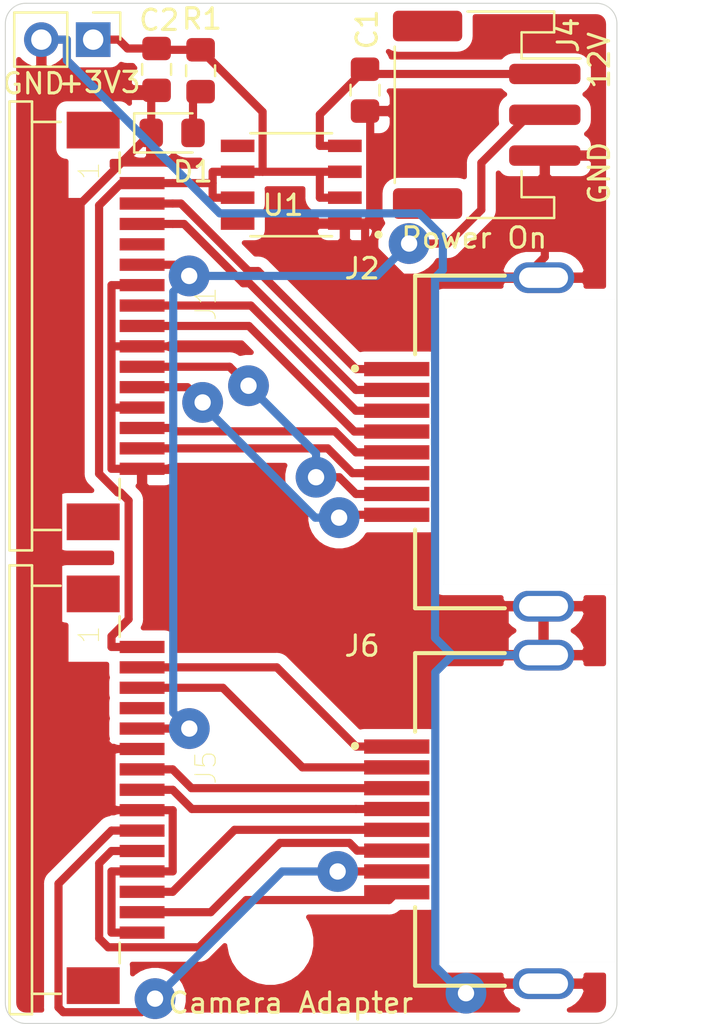
<source format=kicad_pcb>
(kicad_pcb (version 20171130) (host pcbnew "(5.1.0)-1")

  (general
    (thickness 1.6)
    (drawings 16)
    (tracks 206)
    (zones 0)
    (modules 13)
    (nets 26)
  )

  (page A4)
  (layers
    (0 F.Cu signal)
    (31 B.Cu signal)
    (32 B.Adhes user)
    (33 F.Adhes user)
    (34 B.Paste user)
    (35 F.Paste user)
    (36 B.SilkS user hide)
    (37 F.SilkS user)
    (38 B.Mask user)
    (39 F.Mask user)
    (40 Dwgs.User user hide)
    (41 Cmts.User user)
    (42 Eco1.User user)
    (43 Eco2.User user)
    (44 Edge.Cuts user)
    (45 Margin user)
    (46 B.CrtYd user hide)
    (47 F.CrtYd user hide)
    (48 B.Fab user hide)
    (49 F.Fab user hide)
  )

  (setup
    (last_trace_width 0.4)
    (user_trace_width 0.4)
    (trace_clearance 0.2)
    (zone_clearance 0.508)
    (zone_45_only no)
    (trace_min 0.2)
    (via_size 0.8)
    (via_drill 0.4)
    (via_min_size 0.4)
    (via_min_drill 0.3)
    (user_via 2 0.8)
    (user_via 2.5 0.8)
    (uvia_size 0.3)
    (uvia_drill 0.1)
    (uvias_allowed no)
    (uvia_min_size 0.2)
    (uvia_min_drill 0.1)
    (edge_width 0.05)
    (segment_width 0.2)
    (pcb_text_width 0.3)
    (pcb_text_size 1.5 1.5)
    (mod_edge_width 0.12)
    (mod_text_size 1 1)
    (mod_text_width 0.15)
    (pad_size 1.524 1.524)
    (pad_drill 0.762)
    (pad_to_mask_clearance 0.051)
    (solder_mask_min_width 0.25)
    (aux_axis_origin 0 0)
    (visible_elements 7FFFEFFF)
    (pcbplotparams
      (layerselection 0x010fc_ffffffff)
      (usegerberextensions false)
      (usegerberattributes false)
      (usegerberadvancedattributes false)
      (creategerberjobfile false)
      (excludeedgelayer true)
      (linewidth 0.100000)
      (plotframeref false)
      (viasonmask false)
      (mode 1)
      (useauxorigin false)
      (hpglpennumber 1)
      (hpglpenspeed 20)
      (hpglpendiameter 15.000000)
      (psnegative false)
      (psa4output false)
      (plotreference true)
      (plotvalue true)
      (plotinvisibletext false)
      (padsonsilk false)
      (subtractmaskfromsilk false)
      (outputformat 1)
      (mirror false)
      (drillshape 0)
      (scaleselection 1)
      (outputdirectory "./"))
  )

  (net 0 "")
  (net 1 GND)
  (net 2 +12V)
  (net 3 +3V3)
  (net 4 "Net-(D1-Pad2)")
  (net 5 CAMERA0SDA)
  (net 6 CAMERA0SCL)
  (net 7 CAMERAGPIO)
  (net 8 CAMERA0CP)
  (net 9 CAMERA0CN)
  (net 10 CAMERA0DP1)
  (net 11 CAMERA0DN1)
  (net 12 CAMERA0DP0)
  (net 13 CAMERA0DN0)
  (net 14 CAMERA1DN0)
  (net 15 CAMERA1DP0)
  (net 16 CAMERA1DN1)
  (net 17 CAMERA1DP1)
  (net 18 CAMERA1CN)
  (net 19 CAMERA1CP)
  (net 20 CAMERA1SCL)
  (net 21 CAMERA1SDA)
  (net 22 "Net-(U1-Pad5)")
  (net 23 "Net-(U1-Pad8)")
  (net 24 "Net-(J1-Pad4)")
  (net 25 "Net-(J5-Pad4)")

  (net_class Default "This is the default net class."
    (clearance 0.2)
    (trace_width 0.25)
    (via_dia 0.8)
    (via_drill 0.4)
    (uvia_dia 0.3)
    (uvia_drill 0.1)
    (add_net +12V)
    (add_net +3V3)
    (add_net CAMERA0CN)
    (add_net CAMERA0CP)
    (add_net CAMERA0DN0)
    (add_net CAMERA0DN1)
    (add_net CAMERA0DP0)
    (add_net CAMERA0DP1)
    (add_net CAMERA0SCL)
    (add_net CAMERA0SDA)
    (add_net CAMERA1CN)
    (add_net CAMERA1CP)
    (add_net CAMERA1DN0)
    (add_net CAMERA1DN1)
    (add_net CAMERA1DP0)
    (add_net CAMERA1DP1)
    (add_net CAMERA1SCL)
    (add_net CAMERA1SDA)
    (add_net CAMERAGPIO)
    (add_net GND)
    (add_net "Net-(D1-Pad2)")
    (add_net "Net-(J1-Pad4)")
    (add_net "Net-(J5-Pad4)")
    (add_net "Net-(U1-Pad5)")
    (add_net "Net-(U1-Pad8)")
  )

  (module WURTH_634108150321 (layer F.Cu) (tedit 5E84C165) (tstamp 5E86286D)
    (at 73.4 49.5 90)
    (path /5E865ACA)
    (fp_text reference J2 (at 8.5 -8.9 180) (layer F.SilkS)
      (effects (font (size 1 1) (thickness 0.15)))
    )
    (fp_text value 634108150321 (at 3.18 9.365 90) (layer F.Fab)
      (effects (font (size 1 1) (thickness 0.015)))
    )
    (fp_line (start -7 -4.9) (end 7 -4.9) (layer Edge.Cuts) (width 0.001))
    (fp_line (start 7 -4.9) (end 7 3.5) (layer Edge.Cuts) (width 0.001))
    (fp_line (start -7 -4.9) (end -7 3.5) (layer Edge.Cuts) (width 0.001))
    (fp_line (start 8.15 8) (end -8.15 8) (layer F.Fab) (width 0.1))
    (fp_line (start -8.15 -6.3) (end 8.15 -6.3) (layer F.Fab) (width 0.1))
    (fp_line (start -8.15 3.5) (end -8.15 -6.3) (layer F.Fab) (width 0.1))
    (fp_line (start 8.15 3.5) (end 8.15 -6.3) (layer F.Fab) (width 0.1))
    (fp_line (start -8.15 8) (end -8.15 3.5) (layer F.Fab) (width 0.1))
    (fp_line (start 8.15 8) (end 8.15 3.5) (layer F.Fab) (width 0.1))
    (fp_line (start -4.3 -6.3) (end -8.15 -6.3) (layer F.SilkS) (width 0.2))
    (fp_line (start -8.15 -6.3) (end -8.15 -1.9) (layer F.SilkS) (width 0.2))
    (fp_line (start 4.3 -6.3) (end 8.15 -6.3) (layer F.SilkS) (width 0.2))
    (fp_line (start 8.15 -6.3) (end 8.15 -1.9) (layer F.SilkS) (width 0.2))
    (fp_line (start -7 3.5) (end 7 3.5) (layer Edge.Cuts) (width 0.001))
    (fp_circle (center 3.6 -9.25) (end 3.7 -9.25) (layer F.SilkS) (width 0.2))
    (fp_circle (center 3.6 -9.25) (end 3.7 -9.25) (layer F.Fab) (width 0.2))
    (fp_line (start -9.055 8.25) (end -9.055 -9.05) (layer F.CrtYd) (width 0.05))
    (fp_line (start -9.055 -9.05) (end 9.055 -9.05) (layer F.CrtYd) (width 0.05))
    (fp_line (start 9.055 -9.05) (end 9.055 8.25) (layer F.CrtYd) (width 0.05))
    (fp_line (start 9.055 8.25) (end -9.055 8.25) (layer F.CrtYd) (width 0.05))
    (pad 1 smd rect (at 3.57 -7.2 90) (size 0.7 3.2) (layers F.Cu F.Paste F.Mask)
      (net 5 CAMERA0SDA))
    (pad 2 smd rect (at 2.55 -7.2 90) (size 0.7 3.2) (layers F.Cu F.Paste F.Mask)
      (net 6 CAMERA0SCL))
    (pad 3 smd rect (at 1.53 -7.2 90) (size 0.7 3.2) (layers F.Cu F.Paste F.Mask)
      (net 8 CAMERA0CP))
    (pad 4 smd rect (at 0.51 -7.2 90) (size 0.7 3.2) (layers F.Cu F.Paste F.Mask)
      (net 9 CAMERA0CN))
    (pad 5 smd rect (at -0.51 -7.2 90) (size 0.7 3.2) (layers F.Cu F.Paste F.Mask)
      (net 12 CAMERA0DP0))
    (pad 6 smd rect (at -1.53 -7.2 90) (size 0.7 3.2) (layers F.Cu F.Paste F.Mask)
      (net 13 CAMERA0DN0))
    (pad 7 smd rect (at -2.55 -7.2 90) (size 0.7 3.2) (layers F.Cu F.Paste F.Mask)
      (net 10 CAMERA0DP1))
    (pad 8 smd rect (at -3.57 -7.2 90) (size 0.7 3.2) (layers F.Cu F.Paste F.Mask)
      (net 11 CAMERA0DN1))
    (pad SHIELD1 thru_hole oval (at -8.05 0 90) (size 1.508 3.016) (drill oval 1 2.4) (layers *.Cu *.Mask)
      (net 1 GND))
    (pad SHIELD2 thru_hole oval (at 8.05 0 90) (size 1.508 3.016) (drill oval 1 2.4) (layers *.Cu *.Mask)
      (net 1 GND))
  )

  (module MountingHole:MountingHole_3.2mm_M3_ISO7380 (layer F.Cu) (tedit 56D1B4CB) (tstamp 5E86228D)
    (at 60.452 31.1785)
    (descr "Mounting Hole 3.2mm, no annular, M3, ISO7380")
    (tags "mounting hole 3.2mm no annular m3 iso7380")
    (attr virtual)
    (fp_text reference REF2 (at 2 -3.85) (layer F.SilkS) hide
      (effects (font (size 1 1) (thickness 0.15)))
    )
    (fp_text value MountingHole_3.2mm_M3_ISO7380 (at 0 3.85) (layer F.Fab)
      (effects (font (size 1 1) (thickness 0.15)))
    )
    (fp_circle (center 0 0) (end 3.1 0) (layer F.CrtYd) (width 0.05))
    (fp_circle (center 0 0) (end 2.85 0) (layer Cmts.User) (width 0.15))
    (fp_text user %R (at 0.3 0) (layer F.Fab)
      (effects (font (size 1 1) (thickness 0.15)))
    )
    (pad 1 np_thru_hole circle (at 0 0) (size 3.2 3.2) (drill 3.2) (layers *.Cu *.Mask))
  )

  (module MountingHole:MountingHole_3.2mm_M3_ISO7380 (layer F.Cu) (tedit 56D1B4CB) (tstamp 5E862197)
    (at 60 74)
    (descr "Mounting Hole 3.2mm, no annular, M3, ISO7380")
    (tags "mounting hole 3.2mm no annular m3 iso7380")
    (attr virtual)
    (fp_text reference REF1 (at 0 -3.85) (layer F.SilkS) hide
      (effects (font (size 1 1) (thickness 0.15)))
    )
    (fp_text value MountingHole_3.2mm_M3_ISO7380 (at 0 3.85) (layer F.Fab)
      (effects (font (size 1 1) (thickness 0.15)))
    )
    (fp_circle (center 0 0) (end 3.1 0) (layer F.CrtYd) (width 0.05))
    (fp_circle (center 0 0) (end 2.85 0) (layer Cmts.User) (width 0.15))
    (fp_text user %R (at 0.3 0) (layer F.Fab)
      (effects (font (size 1 1) (thickness 0.15)))
    )
    (pad 1 np_thru_hole circle (at 0 0) (size 3.2 3.2) (drill 3.2) (layers *.Cu *.Mask))
  )

  (module Capacitor_SMD:C_0805_2012Metric_Pad1.15x1.40mm_HandSolder (layer F.Cu) (tedit 5B36C52B) (tstamp 5E86275A)
    (at 64.643 32.258 270)
    (descr "Capacitor SMD 0805 (2012 Metric), square (rectangular) end terminal, IPC_7351 nominal with elongated pad for handsoldering. (Body size source: https://docs.google.com/spreadsheets/d/1BsfQQcO9C6DZCsRaXUlFlo91Tg2WpOkGARC1WS5S8t0/edit?usp=sharing), generated with kicad-footprint-generator")
    (tags "capacitor handsolder")
    (path /5E860F9A)
    (attr smd)
    (fp_text reference C1 (at -2.975 -0.1 270) (layer F.SilkS)
      (effects (font (size 1 1) (thickness 0.15)))
    )
    (fp_text value 10uF (at 0 1.65 270) (layer F.Fab)
      (effects (font (size 1 1) (thickness 0.15)))
    )
    (fp_text user %R (at 0 0 270) (layer F.Fab)
      (effects (font (size 0.5 0.5) (thickness 0.08)))
    )
    (fp_line (start 1.85 0.95) (end -1.85 0.95) (layer F.CrtYd) (width 0.05))
    (fp_line (start 1.85 -0.95) (end 1.85 0.95) (layer F.CrtYd) (width 0.05))
    (fp_line (start -1.85 -0.95) (end 1.85 -0.95) (layer F.CrtYd) (width 0.05))
    (fp_line (start -1.85 0.95) (end -1.85 -0.95) (layer F.CrtYd) (width 0.05))
    (fp_line (start -0.261252 0.71) (end 0.261252 0.71) (layer F.SilkS) (width 0.12))
    (fp_line (start -0.261252 -0.71) (end 0.261252 -0.71) (layer F.SilkS) (width 0.12))
    (fp_line (start 1 0.6) (end -1 0.6) (layer F.Fab) (width 0.1))
    (fp_line (start 1 -0.6) (end 1 0.6) (layer F.Fab) (width 0.1))
    (fp_line (start -1 -0.6) (end 1 -0.6) (layer F.Fab) (width 0.1))
    (fp_line (start -1 0.6) (end -1 -0.6) (layer F.Fab) (width 0.1))
    (pad 2 smd roundrect (at 1.025 0 270) (size 1.15 1.4) (layers F.Cu F.Paste F.Mask) (roundrect_rratio 0.217391)
      (net 1 GND))
    (pad 1 smd roundrect (at -1.025 0 270) (size 1.15 1.4) (layers F.Cu F.Paste F.Mask) (roundrect_rratio 0.217391)
      (net 2 +12V))
    (model ${KISYS3DMOD}/Capacitor_SMD.3dshapes/C_0805_2012Metric.wrl
      (at (xyz 0 0 0))
      (scale (xyz 1 1 1))
      (rotate (xyz 0 0 0))
    )
  )

  (module Capacitor_SMD:C_0805_2012Metric_Pad1.15x1.40mm_HandSolder (layer F.Cu) (tedit 5B36C52B) (tstamp 5E8628F5)
    (at 54.4195 31.242 270)
    (descr "Capacitor SMD 0805 (2012 Metric), square (rectangular) end terminal, IPC_7351 nominal with elongated pad for handsoldering. (Body size source: https://docs.google.com/spreadsheets/d/1BsfQQcO9C6DZCsRaXUlFlo91Tg2WpOkGARC1WS5S8t0/edit?usp=sharing), generated with kicad-footprint-generator")
    (tags "capacitor handsolder")
    (path /5E8601F7)
    (attr smd)
    (fp_text reference C2 (at -2.413 -0.127) (layer F.SilkS)
      (effects (font (size 1 1) (thickness 0.15)))
    )
    (fp_text value 10uF (at 0 1.65 270) (layer F.Fab)
      (effects (font (size 1 1) (thickness 0.15)))
    )
    (fp_line (start -1 0.6) (end -1 -0.6) (layer F.Fab) (width 0.1))
    (fp_line (start -1 -0.6) (end 1 -0.6) (layer F.Fab) (width 0.1))
    (fp_line (start 1 -0.6) (end 1 0.6) (layer F.Fab) (width 0.1))
    (fp_line (start 1 0.6) (end -1 0.6) (layer F.Fab) (width 0.1))
    (fp_line (start -0.261252 -0.71) (end 0.261252 -0.71) (layer F.SilkS) (width 0.12))
    (fp_line (start -0.261252 0.71) (end 0.261252 0.71) (layer F.SilkS) (width 0.12))
    (fp_line (start -1.85 0.95) (end -1.85 -0.95) (layer F.CrtYd) (width 0.05))
    (fp_line (start -1.85 -0.95) (end 1.85 -0.95) (layer F.CrtYd) (width 0.05))
    (fp_line (start 1.85 -0.95) (end 1.85 0.95) (layer F.CrtYd) (width 0.05))
    (fp_line (start 1.85 0.95) (end -1.85 0.95) (layer F.CrtYd) (width 0.05))
    (fp_text user %R (at 0 0 270) (layer F.Fab)
      (effects (font (size 0.5 0.5) (thickness 0.08)))
    )
    (pad 1 smd roundrect (at -1.025 0 270) (size 1.15 1.4) (layers F.Cu F.Paste F.Mask) (roundrect_rratio 0.217391)
      (net 3 +3V3))
    (pad 2 smd roundrect (at 1.025 0 270) (size 1.15 1.4) (layers F.Cu F.Paste F.Mask) (roundrect_rratio 0.217391)
      (net 1 GND))
    (model ${KISYS3DMOD}/Capacitor_SMD.3dshapes/C_0805_2012Metric.wrl
      (at (xyz 0 0 0))
      (scale (xyz 1 1 1))
      (rotate (xyz 0 0 0))
    )
  )

  (module LED_SMD:LED_0805_2012Metric_Pad1.15x1.40mm_HandSolder (layer F.Cu) (tedit 5B4B45C9) (tstamp 5E8628C1)
    (at 55.1815 34.3535)
    (descr "LED SMD 0805 (2012 Metric), square (rectangular) end terminal, IPC_7351 nominal, (Body size source: https://docs.google.com/spreadsheets/d/1BsfQQcO9C6DZCsRaXUlFlo91Tg2WpOkGARC1WS5S8t0/edit?usp=sharing), generated with kicad-footprint-generator")
    (tags "LED handsolder")
    (path /5E88C3F2)
    (attr smd)
    (fp_text reference D1 (at 1.016 1.905 -180) (layer F.SilkS)
      (effects (font (size 1 1) (thickness 0.15)))
    )
    (fp_text value LED (at 0 1.65) (layer F.Fab)
      (effects (font (size 1 1) (thickness 0.15)))
    )
    (fp_line (start 1 -0.6) (end -0.7 -0.6) (layer F.Fab) (width 0.1))
    (fp_line (start -0.7 -0.6) (end -1 -0.3) (layer F.Fab) (width 0.1))
    (fp_line (start -1 -0.3) (end -1 0.6) (layer F.Fab) (width 0.1))
    (fp_line (start -1 0.6) (end 1 0.6) (layer F.Fab) (width 0.1))
    (fp_line (start 1 0.6) (end 1 -0.6) (layer F.Fab) (width 0.1))
    (fp_line (start 1 -0.96) (end -1.86 -0.96) (layer F.SilkS) (width 0.12))
    (fp_line (start -1.86 -0.96) (end -1.86 0.96) (layer F.SilkS) (width 0.12))
    (fp_line (start -1.86 0.96) (end 1 0.96) (layer F.SilkS) (width 0.12))
    (fp_line (start -1.85 0.95) (end -1.85 -0.95) (layer F.CrtYd) (width 0.05))
    (fp_line (start -1.85 -0.95) (end 1.85 -0.95) (layer F.CrtYd) (width 0.05))
    (fp_line (start 1.85 -0.95) (end 1.85 0.95) (layer F.CrtYd) (width 0.05))
    (fp_line (start 1.85 0.95) (end -1.85 0.95) (layer F.CrtYd) (width 0.05))
    (fp_text user %R (at 0 0) (layer F.Fab)
      (effects (font (size 0.5 0.5) (thickness 0.08)))
    )
    (pad 1 smd roundrect (at -1.025 0) (size 1.15 1.4) (layers F.Cu F.Paste F.Mask) (roundrect_rratio 0.217391)
      (net 1 GND))
    (pad 2 smd roundrect (at 1.025 0) (size 1.15 1.4) (layers F.Cu F.Paste F.Mask) (roundrect_rratio 0.217391)
      (net 4 "Net-(D1-Pad2)"))
    (model ${KISYS3DMOD}/LED_SMD.3dshapes/LED_0805_2012Metric.wrl
      (at (xyz 0 0 0))
      (scale (xyz 1 1 1))
      (rotate (xyz 0 0 0))
    )
  )

  (module Connector_PinHeader_2.54mm:PinHeader_1x02_P2.54mm_Vertical (layer F.Cu) (tedit 59FED5CC) (tstamp 5E862822)
    (at 51.308 29.7815 270)
    (descr "Through hole straight pin header, 1x02, 2.54mm pitch, single row")
    (tags "Through hole pin header THT 1x02 2.54mm single row")
    (path /5E88631B)
    (fp_text reference J3 (at -2.8575 0.8255 90) (layer F.SilkS) hide
      (effects (font (size 1 1) (thickness 0.15)))
    )
    (fp_text value Conn_01x02 (at 0 4.87 270) (layer F.Fab)
      (effects (font (size 1 1) (thickness 0.15)))
    )
    (fp_line (start -0.635 -1.27) (end 1.27 -1.27) (layer F.Fab) (width 0.1))
    (fp_line (start 1.27 -1.27) (end 1.27 3.81) (layer F.Fab) (width 0.1))
    (fp_line (start 1.27 3.81) (end -1.27 3.81) (layer F.Fab) (width 0.1))
    (fp_line (start -1.27 3.81) (end -1.27 -0.635) (layer F.Fab) (width 0.1))
    (fp_line (start -1.27 -0.635) (end -0.635 -1.27) (layer F.Fab) (width 0.1))
    (fp_line (start -1.33 3.87) (end 1.33 3.87) (layer F.SilkS) (width 0.12))
    (fp_line (start -1.33 1.27) (end -1.33 3.87) (layer F.SilkS) (width 0.12))
    (fp_line (start 1.33 1.27) (end 1.33 3.87) (layer F.SilkS) (width 0.12))
    (fp_line (start -1.33 1.27) (end 1.33 1.27) (layer F.SilkS) (width 0.12))
    (fp_line (start -1.33 0) (end -1.33 -1.33) (layer F.SilkS) (width 0.12))
    (fp_line (start -1.33 -1.33) (end 0 -1.33) (layer F.SilkS) (width 0.12))
    (fp_line (start -1.8 -1.8) (end -1.8 4.35) (layer F.CrtYd) (width 0.05))
    (fp_line (start -1.8 4.35) (end 1.8 4.35) (layer F.CrtYd) (width 0.05))
    (fp_line (start 1.8 4.35) (end 1.8 -1.8) (layer F.CrtYd) (width 0.05))
    (fp_line (start 1.8 -1.8) (end -1.8 -1.8) (layer F.CrtYd) (width 0.05))
    (fp_text user %R (at 0 1.27) (layer F.Fab)
      (effects (font (size 1 1) (thickness 0.15)))
    )
    (pad 1 thru_hole rect (at 0 0 270) (size 1.7 1.7) (drill 1) (layers *.Cu *.Mask)
      (net 3 +3V3))
    (pad 2 thru_hole oval (at 0 2.54 270) (size 1.7 1.7) (drill 1) (layers *.Cu *.Mask)
      (net 1 GND))
    (model ${KISYS3DMOD}/Connector_PinHeader_2.54mm.3dshapes/PinHeader_1x02_P2.54mm_Vertical.wrl
      (at (xyz 0 0 0))
      (scale (xyz 1 1 1))
      (rotate (xyz 0 0 0))
    )
  )

  (module Connector_JST:JST_PH_S3B-PH-SM4-TB_1x03-1MP_P2.00mm_Horizontal (layer F.Cu) (tedit 5B78AD87) (tstamp 5E861857)
    (at 70.612 33.4645 270)
    (descr "JST PH series connector, S3B-PH-SM4-TB (http://www.jst-mfg.com/product/pdf/eng/ePH.pdf), generated with kicad-footprint-generator")
    (tags "connector JST PH top entry")
    (path /5E867193)
    (attr smd)
    (fp_text reference J4 (at -3.9 -4 270) (layer F.SilkS)
      (effects (font (size 1 1) (thickness 0.15)))
    )
    (fp_text value Conn_01x03 (at 0 5.8 270) (layer F.Fab)
      (effects (font (size 1 1) (thickness 0.15)))
    )
    (fp_line (start -4.95 -3.2) (end -4.15 -3.2) (layer F.Fab) (width 0.1))
    (fp_line (start -4.15 -3.2) (end -4.15 -1.6) (layer F.Fab) (width 0.1))
    (fp_line (start -4.15 -1.6) (end 4.15 -1.6) (layer F.Fab) (width 0.1))
    (fp_line (start 4.15 -1.6) (end 4.15 -3.2) (layer F.Fab) (width 0.1))
    (fp_line (start 4.15 -3.2) (end 4.95 -3.2) (layer F.Fab) (width 0.1))
    (fp_line (start -5.06 0.94) (end -5.06 -3.31) (layer F.SilkS) (width 0.12))
    (fp_line (start -5.06 -3.31) (end -4.04 -3.31) (layer F.SilkS) (width 0.12))
    (fp_line (start -4.04 -3.31) (end -4.04 -1.71) (layer F.SilkS) (width 0.12))
    (fp_line (start -4.04 -1.71) (end -2.76 -1.71) (layer F.SilkS) (width 0.12))
    (fp_line (start -2.76 -1.71) (end -2.76 -4.6) (layer F.SilkS) (width 0.12))
    (fp_line (start 5.06 0.94) (end 5.06 -3.31) (layer F.SilkS) (width 0.12))
    (fp_line (start 5.06 -3.31) (end 4.04 -3.31) (layer F.SilkS) (width 0.12))
    (fp_line (start 4.04 -3.31) (end 4.04 -1.71) (layer F.SilkS) (width 0.12))
    (fp_line (start 4.04 -1.71) (end 2.76 -1.71) (layer F.SilkS) (width 0.12))
    (fp_line (start -3.34 4.51) (end 3.34 4.51) (layer F.SilkS) (width 0.12))
    (fp_line (start -4.95 4.4) (end 4.95 4.4) (layer F.Fab) (width 0.1))
    (fp_line (start -4.95 -3.2) (end -4.95 4.4) (layer F.Fab) (width 0.1))
    (fp_line (start 4.95 -3.2) (end 4.95 4.4) (layer F.Fab) (width 0.1))
    (fp_line (start -5.6 -5.1) (end -5.6 5.1) (layer F.CrtYd) (width 0.05))
    (fp_line (start -5.6 5.1) (end 5.6 5.1) (layer F.CrtYd) (width 0.05))
    (fp_line (start 5.6 5.1) (end 5.6 -5.1) (layer F.CrtYd) (width 0.05))
    (fp_line (start 5.6 -5.1) (end -5.6 -5.1) (layer F.CrtYd) (width 0.05))
    (fp_line (start -2.5 -1.6) (end -2 -0.892893) (layer F.Fab) (width 0.1))
    (fp_line (start -2 -0.892893) (end -1.5 -1.6) (layer F.Fab) (width 0.1))
    (fp_text user %R (at 0 1.5 270) (layer F.Fab)
      (effects (font (size 1 1) (thickness 0.15)))
    )
    (pad 1 smd roundrect (at -2 -2.85 270) (size 1 3.5) (layers F.Cu F.Paste F.Mask) (roundrect_rratio 0.25)
      (net 2 +12V))
    (pad 2 smd roundrect (at 0 -2.85 270) (size 1 3.5) (layers F.Cu F.Paste F.Mask) (roundrect_rratio 0.25)
      (net 7 CAMERAGPIO))
    (pad 3 smd roundrect (at 2 -2.85 270) (size 1 3.5) (layers F.Cu F.Paste F.Mask) (roundrect_rratio 0.25)
      (net 1 GND))
    (pad MP smd roundrect (at -4.35 2.9 270) (size 1.5 3.4) (layers F.Cu F.Paste F.Mask) (roundrect_rratio 0.166667))
    (pad MP smd roundrect (at 4.35 2.9 270) (size 1.5 3.4) (layers F.Cu F.Paste F.Mask) (roundrect_rratio 0.166667))
    (model ${KISYS3DMOD}/Connector_JST.3dshapes/JST_PH_S3B-PH-SM4-TB_1x03-1MP_P2.00mm_Horizontal.wrl
      (at (xyz 0 0 0))
      (scale (xyz 1 1 1))
      (rotate (xyz 0 0 0))
    )
  )

  (module WURTH_634108150321 (layer F.Cu) (tedit 5E84C165) (tstamp 5E8627CB)
    (at 73.4 68 90)
    (path /5E8639B3)
    (fp_text reference J6 (at 8.5 -8.9 180) (layer F.SilkS)
      (effects (font (size 1 1) (thickness 0.15)))
    )
    (fp_text value 634108150321 (at 3.18 9.365 90) (layer F.Fab)
      (effects (font (size 1 1) (thickness 0.015)))
    )
    (fp_line (start 9.055 8.25) (end -9.055 8.25) (layer F.CrtYd) (width 0.05))
    (fp_line (start 9.055 -9.05) (end 9.055 8.25) (layer F.CrtYd) (width 0.05))
    (fp_line (start -9.055 -9.05) (end 9.055 -9.05) (layer F.CrtYd) (width 0.05))
    (fp_line (start -9.055 8.25) (end -9.055 -9.05) (layer F.CrtYd) (width 0.05))
    (fp_circle (center 3.6 -9.25) (end 3.7 -9.25) (layer F.Fab) (width 0.2))
    (fp_circle (center 3.6 -9.25) (end 3.7 -9.25) (layer F.SilkS) (width 0.2))
    (fp_line (start -7 3.5) (end 7 3.5) (layer Edge.Cuts) (width 0.001))
    (fp_line (start 8.15 -6.3) (end 8.15 -1.9) (layer F.SilkS) (width 0.2))
    (fp_line (start 4.3 -6.3) (end 8.15 -6.3) (layer F.SilkS) (width 0.2))
    (fp_line (start -8.15 -6.3) (end -8.15 -1.9) (layer F.SilkS) (width 0.2))
    (fp_line (start -4.3 -6.3) (end -8.15 -6.3) (layer F.SilkS) (width 0.2))
    (fp_line (start 8.15 8) (end 8.15 3.5) (layer F.Fab) (width 0.1))
    (fp_line (start -8.15 8) (end -8.15 3.5) (layer F.Fab) (width 0.1))
    (fp_line (start 8.15 3.5) (end 8.15 -6.3) (layer F.Fab) (width 0.1))
    (fp_line (start -8.15 3.5) (end -8.15 -6.3) (layer F.Fab) (width 0.1))
    (fp_line (start -8.15 -6.3) (end 8.15 -6.3) (layer F.Fab) (width 0.1))
    (fp_line (start 8.15 8) (end -8.15 8) (layer F.Fab) (width 0.1))
    (fp_line (start -7 -4.9) (end -7 3.5) (layer Edge.Cuts) (width 0.001))
    (fp_line (start 7 -4.9) (end 7 3.5) (layer Edge.Cuts) (width 0.001))
    (fp_line (start -7 -4.9) (end 7 -4.9) (layer Edge.Cuts) (width 0.001))
    (pad SHIELD2 thru_hole oval (at 8.05 0 90) (size 1.508 3.016) (drill oval 1 2.4) (layers *.Cu *.Mask)
      (net 1 GND))
    (pad SHIELD1 thru_hole oval (at -8.05 0 90) (size 1.508 3.016) (drill oval 1 2.4) (layers *.Cu *.Mask)
      (net 1 GND))
    (pad 8 smd rect (at -3.57 -7.2 90) (size 0.7 3.2) (layers F.Cu F.Paste F.Mask)
      (net 16 CAMERA1DN1))
    (pad 7 smd rect (at -2.55 -7.2 90) (size 0.7 3.2) (layers F.Cu F.Paste F.Mask)
      (net 17 CAMERA1DP1))
    (pad 6 smd rect (at -1.53 -7.2 90) (size 0.7 3.2) (layers F.Cu F.Paste F.Mask)
      (net 14 CAMERA1DN0))
    (pad 5 smd rect (at -0.51 -7.2 90) (size 0.7 3.2) (layers F.Cu F.Paste F.Mask)
      (net 15 CAMERA1DP0))
    (pad 4 smd rect (at 0.51 -7.2 90) (size 0.7 3.2) (layers F.Cu F.Paste F.Mask)
      (net 18 CAMERA1CN))
    (pad 3 smd rect (at 1.53 -7.2 90) (size 0.7 3.2) (layers F.Cu F.Paste F.Mask)
      (net 19 CAMERA1CP))
    (pad 2 smd rect (at 2.55 -7.2 90) (size 0.7 3.2) (layers F.Cu F.Paste F.Mask)
      (net 20 CAMERA1SCL))
    (pad 1 smd rect (at 3.57 -7.2 90) (size 0.7 3.2) (layers F.Cu F.Paste F.Mask)
      (net 21 CAMERA1SDA))
  )

  (module Resistor_SMD:R_0805_2012Metric_Pad1.15x1.40mm_HandSolder (layer F.Cu) (tedit 5B36C52B) (tstamp 5E86278A)
    (at 56.5785 31.3055 90)
    (descr "Resistor SMD 0805 (2012 Metric), square (rectangular) end terminal, IPC_7351 nominal with elongated pad for handsoldering. (Body size source: https://docs.google.com/spreadsheets/d/1BsfQQcO9C6DZCsRaXUlFlo91Tg2WpOkGARC1WS5S8t0/edit?usp=sharing), generated with kicad-footprint-generator")
    (tags "resistor handsolder")
    (path /5E88B7FD)
    (attr smd)
    (fp_text reference R1 (at 2.54 0.0635 180) (layer F.SilkS)
      (effects (font (size 1 1) (thickness 0.15)))
    )
    (fp_text value 220 (at 0 1.65 90) (layer F.Fab)
      (effects (font (size 1 1) (thickness 0.15)))
    )
    (fp_line (start -1 0.6) (end -1 -0.6) (layer F.Fab) (width 0.1))
    (fp_line (start -1 -0.6) (end 1 -0.6) (layer F.Fab) (width 0.1))
    (fp_line (start 1 -0.6) (end 1 0.6) (layer F.Fab) (width 0.1))
    (fp_line (start 1 0.6) (end -1 0.6) (layer F.Fab) (width 0.1))
    (fp_line (start -0.261252 -0.71) (end 0.261252 -0.71) (layer F.SilkS) (width 0.12))
    (fp_line (start -0.261252 0.71) (end 0.261252 0.71) (layer F.SilkS) (width 0.12))
    (fp_line (start -1.85 0.95) (end -1.85 -0.95) (layer F.CrtYd) (width 0.05))
    (fp_line (start -1.85 -0.95) (end 1.85 -0.95) (layer F.CrtYd) (width 0.05))
    (fp_line (start 1.85 -0.95) (end 1.85 0.95) (layer F.CrtYd) (width 0.05))
    (fp_line (start 1.85 0.95) (end -1.85 0.95) (layer F.CrtYd) (width 0.05))
    (fp_text user %R (at 0 0 90) (layer F.Fab)
      (effects (font (size 0.5 0.5) (thickness 0.08)))
    )
    (pad 1 smd roundrect (at -1.025 0 90) (size 1.15 1.4) (layers F.Cu F.Paste F.Mask) (roundrect_rratio 0.217391)
      (net 4 "Net-(D1-Pad2)"))
    (pad 2 smd roundrect (at 1.025 0 90) (size 1.15 1.4) (layers F.Cu F.Paste F.Mask) (roundrect_rratio 0.217391)
      (net 3 +3V3))
    (model ${KISYS3DMOD}/Resistor_SMD.3dshapes/R_0805_2012Metric.wrl
      (at (xyz 0 0 0))
      (scale (xyz 1 1 1))
      (rotate (xyz 0 0 0))
    )
  )

  (module SOIC127P600X175-8N (layer F.Cu) (tedit 5E85BBCF) (tstamp 5E8618D7)
    (at 61.0235 36.8935 180)
    (path /5E85F90B)
    (fp_text reference U1 (at 0.4 -1 180) (layer F.SilkS)
      (effects (font (size 1 1) (thickness 0.15)))
    )
    (fp_text value MC33269D-3.3G (at 7.78 3.312 180) (layer F.Fab)
      (effects (font (size 1 1) (thickness 0.015)))
    )
    (fp_line (start 3.705 -2.75) (end 3.705 2.75) (layer F.CrtYd) (width 0.05))
    (fp_line (start -3.705 -2.75) (end -3.705 2.75) (layer F.CrtYd) (width 0.05))
    (fp_line (start -3.705 2.75) (end 3.705 2.75) (layer F.CrtYd) (width 0.05))
    (fp_line (start -3.705 -2.75) (end 3.705 -2.75) (layer F.CrtYd) (width 0.05))
    (fp_line (start 2 -2.5) (end 2 2.5) (layer F.Fab) (width 0.127))
    (fp_line (start -2 -2.5) (end -2 2.5) (layer F.Fab) (width 0.127))
    (fp_line (start -2 2.5235) (end 2 2.5235) (layer F.SilkS) (width 0.127))
    (fp_line (start -2 -2.5235) (end 2 -2.5235) (layer F.SilkS) (width 0.127))
    (fp_line (start -2 2.5) (end 2 2.5) (layer F.Fab) (width 0.127))
    (fp_line (start -2 -2.5) (end 2 -2.5) (layer F.Fab) (width 0.127))
    (fp_circle (center -4.28 -2.445) (end -4.18 -2.445) (layer F.Fab) (width 0.2))
    (fp_circle (center -4.28 -2.445) (end -4.18 -2.445) (layer F.SilkS) (width 0.2))
    (pad 8 smd rect (at 2.63 -1.905 180) (size 1.65 0.61) (layers F.Cu F.Paste F.Mask)
      (net 23 "Net-(U1-Pad8)"))
    (pad 7 smd rect (at 2.63 -0.635 180) (size 1.65 0.61) (layers F.Cu F.Paste F.Mask)
      (net 3 +3V3))
    (pad 6 smd rect (at 2.63 0.635 180) (size 1.65 0.61) (layers F.Cu F.Paste F.Mask)
      (net 3 +3V3))
    (pad 5 smd rect (at 2.63 1.905 180) (size 1.65 0.61) (layers F.Cu F.Paste F.Mask)
      (net 22 "Net-(U1-Pad5)"))
    (pad 4 smd rect (at -2.63 1.905 180) (size 1.65 0.61) (layers F.Cu F.Paste F.Mask)
      (net 2 +12V))
    (pad 3 smd rect (at -2.63 0.635 180) (size 1.65 0.61) (layers F.Cu F.Paste F.Mask)
      (net 3 +3V3))
    (pad 2 smd rect (at -2.63 -0.635 180) (size 1.65 0.61) (layers F.Cu F.Paste F.Mask)
      (net 3 +3V3))
    (pad 1 smd rect (at -2.63 -1.905 180) (size 1.65 0.61) (layers F.Cu F.Paste F.Mask)
      (net 1 GND))
  )

  (module digikey-footprints:68611514122 (layer F.Cu) (tedit 5E88B003) (tstamp 5E89FF33)
    (at 51.308 43.815 270)
    (descr "<b>WR-FPC 1.00mm SMT ZIF Horizontal Top Contact, 15 Pins")
    (path /6366E004)
    (attr smd)
    (fp_text reference J1 (at -1.0816 -5.5235 270) (layer F.SilkS)
      (effects (font (size 1 1) (thickness 0.05)))
    )
    (fp_text value 68611514122 (at -0.4466 5.4484 270) (layer F.SilkS) hide
      (effects (font (size 1 1) (thickness 0.05)))
    )
    (fp_line (start -10 -1.3) (end 10 -1.3) (layer Eco2.User) (width 0.127))
    (fp_line (start 10 -1.3) (end 10 3) (layer Eco2.User) (width 0.127))
    (fp_line (start -10 3) (end -10 -1.3) (layer Eco2.User) (width 0.127))
    (fp_line (start -11 3) (end -10 3) (layer F.SilkS) (width 0.127))
    (fp_line (start -10 3) (end 10 3) (layer F.SilkS) (width 0.127))
    (fp_line (start 10 3) (end 11 3) (layer F.SilkS) (width 0.127))
    (fp_line (start 11 3) (end 11 4.1) (layer F.SilkS) (width 0.127))
    (fp_line (start 11 4.1) (end -11 4.1) (layer F.SilkS) (width 0.127))
    (fp_line (start -11 4.1) (end -11 3) (layer F.SilkS) (width 0.127))
    (fp_line (start -8.5 -1.3) (end -7.5 -1.3) (layer F.SilkS) (width 0.127))
    (fp_line (start 7.5 -1.3) (end 8.5 -1.3) (layer F.SilkS) (width 0.127))
    (fp_line (start -10 1.6) (end -10 3) (layer F.SilkS) (width 0.127))
    (fp_line (start 10 1.6) (end 10 3) (layer F.SilkS) (width 0.127))
    (fp_text user 1 (at -7.6 0.2 270) (layer F.SilkS)
      (effects (font (size 1 1) (thickness 0.05)))
    )
    (fp_text user 1 (at -7.6 0.2 270) (layer Edge.Cuts)
      (effects (font (size 1 1) (thickness 0.05)))
    )
    (pad 5 smd rect (at -3 -2.4 270) (size 0.6 2.2) (layers F.Cu F.Paste F.Mask)
      (net 7 CAMERAGPIO))
    (pad 4 smd rect (at -4 -2.4 270) (size 0.6 2.2) (layers F.Cu F.Paste F.Mask)
      (net 24 "Net-(J1-Pad4)"))
    (pad 6 smd rect (at -2 -2.4 270) (size 0.6 2.2) (layers F.Cu F.Paste F.Mask)
      (net 1 GND))
    (pad 3 smd rect (at -5 -2.4 270) (size 0.6 2.2) (layers F.Cu F.Paste F.Mask)
      (net 6 CAMERA0SCL))
    (pad Z2 smd rect (at 9.6 0 270) (size 1.8 2.6) (layers F.Cu F.Paste F.Mask))
    (pad Z1 smd rect (at -9.6 0 270) (size 1.8 2.6) (layers F.Cu F.Paste F.Mask))
    (pad 2 smd rect (at -6 -2.4 270) (size 0.6 2.2) (layers F.Cu F.Paste F.Mask)
      (net 5 CAMERA0SDA))
    (pad 1 smd rect (at -7 -2.4 270) (size 0.6 2.2) (layers F.Cu F.Paste F.Mask)
      (net 3 +3V3))
    (pad 7 smd rect (at -1 -2.4 270) (size 0.6 2.2) (layers F.Cu F.Paste F.Mask)
      (net 8 CAMERA0CP))
    (pad 8 smd rect (at 0 -2.4 270) (size 0.6 2.2) (layers F.Cu F.Paste F.Mask)
      (net 9 CAMERA0CN))
    (pad 9 smd rect (at 1 -2.4 270) (size 0.6 2.2) (layers F.Cu F.Paste F.Mask)
      (net 1 GND))
    (pad 10 smd rect (at 2 -2.4 270) (size 0.6 2.2) (layers F.Cu F.Paste F.Mask)
      (net 10 CAMERA0DP1))
    (pad 11 smd rect (at 3 -2.4 270) (size 0.6 2.2) (layers F.Cu F.Paste F.Mask)
      (net 11 CAMERA0DN1))
    (pad 12 smd rect (at 4 -2.4 270) (size 0.6 2.2) (layers F.Cu F.Paste F.Mask)
      (net 1 GND))
    (pad 13 smd rect (at 5 -2.4 270) (size 0.6 2.2) (layers F.Cu F.Paste F.Mask)
      (net 12 CAMERA0DP0))
    (pad 14 smd rect (at 6 -2.4 270) (size 0.6 2.2) (layers F.Cu F.Paste F.Mask)
      (net 13 CAMERA0DN0))
    (pad 15 smd rect (at 7 -2.4 270) (size 0.6 2.2) (layers F.Cu F.Paste F.Mask)
      (net 1 GND))
  )

  (module digikey-footprints:68611514122 (layer F.Cu) (tedit 5E88B003) (tstamp 5E89FF57)
    (at 51.308 66.548 270)
    (descr "<b>WR-FPC 1.00mm SMT ZIF Horizontal Top Contact, 15 Pins")
    (path /6367193C)
    (attr smd)
    (fp_text reference J5 (at -1.0816 -5.5235 270) (layer F.SilkS)
      (effects (font (size 1 1) (thickness 0.05)))
    )
    (fp_text value 68611514122 (at -0.4466 5.4484 270) (layer F.SilkS) hide
      (effects (font (size 1 1) (thickness 0.05)))
    )
    (fp_text user 1 (at -7.6 0.2 270) (layer Edge.Cuts)
      (effects (font (size 1 1) (thickness 0.05)))
    )
    (fp_text user 1 (at -7.6 0.2 270) (layer F.SilkS)
      (effects (font (size 1 1) (thickness 0.05)))
    )
    (fp_line (start 10 1.6) (end 10 3) (layer F.SilkS) (width 0.127))
    (fp_line (start -10 1.6) (end -10 3) (layer F.SilkS) (width 0.127))
    (fp_line (start 7.5 -1.3) (end 8.5 -1.3) (layer F.SilkS) (width 0.127))
    (fp_line (start -8.5 -1.3) (end -7.5 -1.3) (layer F.SilkS) (width 0.127))
    (fp_line (start -11 4.1) (end -11 3) (layer F.SilkS) (width 0.127))
    (fp_line (start 11 4.1) (end -11 4.1) (layer F.SilkS) (width 0.127))
    (fp_line (start 11 3) (end 11 4.1) (layer F.SilkS) (width 0.127))
    (fp_line (start 10 3) (end 11 3) (layer F.SilkS) (width 0.127))
    (fp_line (start -10 3) (end 10 3) (layer F.SilkS) (width 0.127))
    (fp_line (start -11 3) (end -10 3) (layer F.SilkS) (width 0.127))
    (fp_line (start -10 3) (end -10 -1.3) (layer Eco2.User) (width 0.127))
    (fp_line (start 10 -1.3) (end 10 3) (layer Eco2.User) (width 0.127))
    (fp_line (start -10 -1.3) (end 10 -1.3) (layer Eco2.User) (width 0.127))
    (pad 15 smd rect (at 7 -2.4 270) (size 0.6 2.2) (layers F.Cu F.Paste F.Mask)
      (net 1 GND))
    (pad 14 smd rect (at 6 -2.4 270) (size 0.6 2.2) (layers F.Cu F.Paste F.Mask)
      (net 14 CAMERA1DN0))
    (pad 13 smd rect (at 5 -2.4 270) (size 0.6 2.2) (layers F.Cu F.Paste F.Mask)
      (net 15 CAMERA1DP0))
    (pad 12 smd rect (at 4 -2.4 270) (size 0.6 2.2) (layers F.Cu F.Paste F.Mask)
      (net 1 GND))
    (pad 11 smd rect (at 3 -2.4 270) (size 0.6 2.2) (layers F.Cu F.Paste F.Mask)
      (net 16 CAMERA1DN1))
    (pad 10 smd rect (at 2 -2.4 270) (size 0.6 2.2) (layers F.Cu F.Paste F.Mask)
      (net 17 CAMERA1DP1))
    (pad 9 smd rect (at 1 -2.4 270) (size 0.6 2.2) (layers F.Cu F.Paste F.Mask)
      (net 1 GND))
    (pad 8 smd rect (at 0 -2.4 270) (size 0.6 2.2) (layers F.Cu F.Paste F.Mask)
      (net 18 CAMERA1CN))
    (pad 7 smd rect (at -1 -2.4 270) (size 0.6 2.2) (layers F.Cu F.Paste F.Mask)
      (net 19 CAMERA1CP))
    (pad 1 smd rect (at -7 -2.4 270) (size 0.6 2.2) (layers F.Cu F.Paste F.Mask)
      (net 3 +3V3))
    (pad 2 smd rect (at -6 -2.4 270) (size 0.6 2.2) (layers F.Cu F.Paste F.Mask)
      (net 21 CAMERA1SDA))
    (pad Z1 smd rect (at -9.6 0 270) (size 1.8 2.6) (layers F.Cu F.Paste F.Mask))
    (pad Z2 smd rect (at 9.6 0 270) (size 1.8 2.6) (layers F.Cu F.Paste F.Mask))
    (pad 3 smd rect (at -5 -2.4 270) (size 0.6 2.2) (layers F.Cu F.Paste F.Mask)
      (net 20 CAMERA1SCL))
    (pad 6 smd rect (at -2 -2.4 270) (size 0.6 2.2) (layers F.Cu F.Paste F.Mask)
      (net 1 GND))
    (pad 4 smd rect (at -4 -2.4 270) (size 0.6 2.2) (layers F.Cu F.Paste F.Mask)
      (net 25 "Net-(J5-Pad4)"))
    (pad 5 smd rect (at -3 -2.4 270) (size 0.6 2.2) (layers F.Cu F.Paste F.Mask)
      (net 7 CAMERAGPIO))
  )

  (gr_text +3V3 (at 51.6255 31.877) (layer F.SilkS)
    (effects (font (size 1 1) (thickness 0.15)))
  )
  (gr_text GND (at 48.387 31.9405) (layer F.SilkS)
    (effects (font (size 1 1) (thickness 0.15)))
  )
  (gr_text GND (at 76.1365 36.322 90) (layer F.SilkS)
    (effects (font (size 1 1) (thickness 0.15)))
  )
  (gr_text 12V (at 76.1365 30.7975 90) (layer F.SilkS)
    (effects (font (size 1 1) (thickness 0.15)))
  )
  (gr_text "Power On" (at 70 39.5) (layer F.SilkS)
    (effects (font (size 1 1) (thickness 0.15)))
  )
  (gr_text "Camera Adapter" (at 61 77) (layer F.SilkS)
    (effects (font (size 1 1) (thickness 0.15)))
  )
  (dimension 50 (width 0.15) (layer Dwgs.User)
    (gr_text "50.000 mm" (at 41.700001 53 270) (layer Dwgs.User)
      (effects (font (size 1 1) (thickness 0.15)))
    )
    (feature1 (pts (xy 47 78) (xy 42.41358 78)))
    (feature2 (pts (xy 47 28) (xy 42.41358 28)))
    (crossbar (pts (xy 43.000001 28) (xy 43.000001 78)))
    (arrow1a (pts (xy 43.000001 78) (xy 42.41358 76.873496)))
    (arrow1b (pts (xy 43.000001 78) (xy 43.586422 76.873496)))
    (arrow2a (pts (xy 43.000001 28) (xy 42.41358 29.126504)))
    (arrow2b (pts (xy 43.000001 28) (xy 43.586422 29.126504)))
  )
  (dimension 30 (width 0.15) (layer Dwgs.User)
    (gr_text "30.000 mm" (at 62 23.7) (layer Dwgs.User)
      (effects (font (size 1 1) (thickness 0.15)))
    )
    (feature1 (pts (xy 77 28) (xy 77 24.413579)))
    (feature2 (pts (xy 47 28) (xy 47 24.413579)))
    (crossbar (pts (xy 47 25) (xy 77 25)))
    (arrow1a (pts (xy 77 25) (xy 75.873496 25.586421)))
    (arrow1b (pts (xy 77 25) (xy 75.873496 24.413579)))
    (arrow2a (pts (xy 47 25) (xy 48.126504 25.586421)))
    (arrow2b (pts (xy 47 25) (xy 48.126504 24.413579)))
  )
  (gr_line (start 77 77) (end 77 29) (layer Edge.Cuts) (width 0.05) (tstamp 5E862B86))
  (gr_arc (start 48 77) (end 47 77) (angle -90) (layer Edge.Cuts) (width 0.05))
  (gr_arc (start 76 77) (end 76 78) (angle -90) (layer Edge.Cuts) (width 0.05) (tstamp 5E862919))
  (gr_arc (start 76 29) (end 77 29) (angle -90) (layer Edge.Cuts) (width 0.05) (tstamp 5E862916))
  (gr_arc (start 48 29) (end 48 28) (angle -90) (layer Edge.Cuts) (width 0.05))
  (gr_line (start 47 77) (end 47 29) (layer Edge.Cuts) (width 0.05) (tstamp 5E862065))
  (gr_line (start 76 78) (end 48 78) (layer Edge.Cuts) (width 0.05))
  (gr_line (start 48 28) (end 76 28) (layer Edge.Cuts) (width 0.05))

  (segment (start 72.4459 41.45) (end 73.462 40.4339) (width 0.4) (layer F.Cu) (net 1))
  (segment (start 73.462 40.4339) (end 73.462 35.4645) (width 0.4) (layer F.Cu) (net 1))
  (segment (start 72.4459 41.45) (end 71.4917 41.45) (width 0.4) (layer F.Cu) (net 1))
  (segment (start 73.4 41.45) (end 72.4459 41.45) (width 0.4) (layer F.Cu) (net 1))
  (segment (start 64.6496 38.7985) (end 64.6496 39.6249) (width 0.4) (layer F.Cu) (net 1))
  (segment (start 64.6496 39.6249) (end 66.4747 41.45) (width 0.4) (layer F.Cu) (net 1))
  (segment (start 66.4747 41.45) (end 71.4917 41.45) (width 0.4) (layer F.Cu) (net 1))
  (segment (start 68.0793 41.45) (end 68.461 41.0683) (width 0.4) (layer B.Cu) (net 1))
  (segment (start 68.461 41.0683) (end 68.461 39.451) (width 0.4) (layer B.Cu) (net 1))
  (segment (start 68.461 39.451) (end 67.3061 38.2961) (width 0.4) (layer B.Cu) (net 1))
  (segment (start 67.3061 38.2961) (end 57.517 38.2961) (width 0.4) (layer B.Cu) (net 1))
  (segment (start 57.517 38.2961) (end 50.0183 30.7974) (width 0.4) (layer B.Cu) (net 1))
  (segment (start 50.0183 30.7974) (end 50.0183 29.7815) (width 0.4) (layer B.Cu) (net 1))
  (segment (start 64.6496 38.7985) (end 64.8975 38.5506) (width 0.4) (layer F.Cu) (net 1))
  (segment (start 64.8975 38.5506) (end 64.8975 33.5375) (width 0.4) (layer F.Cu) (net 1))
  (segment (start 64.8975 33.5375) (end 64.643 33.283) (width 0.4) (layer F.Cu) (net 1))
  (segment (start 68.0793 41.45) (end 71.4917 41.45) (width 0.4) (layer B.Cu) (net 1))
  (segment (start 68.9267 59.95) (end 68.0793 59.1026) (width 0.4) (layer B.Cu) (net 1))
  (segment (start 68.0793 59.1026) (end 68.0793 41.45) (width 0.4) (layer B.Cu) (net 1))
  (segment (start 68.9267 59.95) (end 73.4 59.95) (width 0.4) (layer B.Cu) (net 1))
  (segment (start 69.596 76.5175) (end 69.3999 76.5175) (width 0.4) (layer B.Cu) (net 1))
  (segment (start 69.3999 76.5175) (end 68.0907 75.2083) (width 0.4) (layer B.Cu) (net 1))
  (segment (start 68.0907 75.2083) (end 68.0907 60.786) (width 0.4) (layer B.Cu) (net 1))
  (segment (start 68.0907 60.786) (end 68.9267 59.95) (width 0.4) (layer B.Cu) (net 1))
  (segment (start 73.4 41.45) (end 71.4917 41.45) (width 0.4) (layer B.Cu) (net 1))
  (segment (start 48.768 29.7815) (end 50.0183 29.7815) (width 0.4) (layer B.Cu) (net 1))
  (segment (start 63.6535 38.7985) (end 64.6496 38.7985) (width 0.4) (layer F.Cu) (net 1))
  (segment (start 55.2083 50.815) (end 61.9433 57.55) (width 0.4) (layer F.Cu) (net 1))
  (segment (start 61.9433 57.55) (end 71.4917 57.55) (width 0.4) (layer F.Cu) (net 1))
  (segment (start 52.2078 64.548) (end 49.5917 61.9319) (width 0.4) (layer F.Cu) (net 1))
  (segment (start 49.5917 61.9319) (end 49.5917 38.9183) (width 0.4) (layer F.Cu) (net 1))
  (segment (start 49.5917 38.9183) (end 54.1565 34.3535) (width 0.4) (layer F.Cu) (net 1))
  (segment (start 52.2078 64.548) (end 52.2077 64.5481) (width 0.4) (layer F.Cu) (net 1))
  (segment (start 52.2077 64.5481) (end 52.2077 67.548) (width 0.4) (layer F.Cu) (net 1))
  (segment (start 52.3578 64.548) (end 52.2078 64.548) (width 0.4) (layer F.Cu) (net 1))
  (segment (start 48.768 29.7815) (end 50.0183 29.7815) (width 0.4) (layer F.Cu) (net 1))
  (segment (start 54.1565 32.5412) (end 54.4195 32.2782) (width 0.4) (layer F.Cu) (net 1))
  (segment (start 54.4195 32.2782) (end 54.4195 32.267) (width 0.4) (layer F.Cu) (net 1))
  (segment (start 50.0183 29.7815) (end 50.0183 30.7974) (width 0.4) (layer F.Cu) (net 1))
  (segment (start 50.0183 30.7974) (end 51.7621 32.5412) (width 0.4) (layer F.Cu) (net 1))
  (segment (start 51.7621 32.5412) (end 54.1565 32.5412) (width 0.4) (layer F.Cu) (net 1))
  (segment (start 54.1565 32.5412) (end 54.1565 34.3535) (width 0.4) (layer F.Cu) (net 1))
  (segment (start 53.708 67.548) (end 52.2077 67.548) (width 0.4) (layer F.Cu) (net 1))
  (segment (start 53.708 70.548) (end 55.2083 70.548) (width 0.4) (layer F.Cu) (net 1))
  (segment (start 53.708 67.548) (end 55.2083 67.548) (width 0.4) (layer F.Cu) (net 1))
  (segment (start 55.2083 67.548) (end 55.2083 70.548) (width 0.4) (layer F.Cu) (net 1))
  (segment (start 53.708 50.815) (end 55.2083 50.815) (width 0.4) (layer F.Cu) (net 1))
  (segment (start 53.708 50.815) (end 53.5272 50.815) (width 0.4) (layer F.Cu) (net 1))
  (segment (start 73.4 57.55) (end 71.4917 57.55) (width 0.4) (layer F.Cu) (net 1))
  (segment (start 73.4 59.95) (end 71.4917 59.95) (width 0.4) (layer F.Cu) (net 1))
  (segment (start 71.4917 59.95) (end 71.4917 57.55) (width 0.4) (layer F.Cu) (net 1))
  (segment (start 53.708 64.548) (end 52.3578 64.548) (width 0.4) (layer F.Cu) (net 1))
  (segment (start 53.5272 50.815) (end 52.2077 50.815) (width 0.4) (layer F.Cu) (net 1))
  (segment (start 52.2077 47.815) (end 52.2077 44.815) (width 0.4) (layer F.Cu) (net 1))
  (segment (start 52.3578 47.815) (end 52.2077 47.815) (width 0.4) (layer F.Cu) (net 1))
  (segment (start 53.708 47.815) (end 52.3578 47.815) (width 0.4) (layer F.Cu) (net 1))
  (segment (start 53.708 44.815) (end 52.2077 44.815) (width 0.4) (layer F.Cu) (net 1))
  (segment (start 53.708 41.815) (end 52.2077 41.815) (width 0.4) (layer F.Cu) (net 1))
  (segment (start 52.2077 41.815) (end 52.2077 44.815) (width 0.4) (layer F.Cu) (net 1))
  (segment (start 52.2077 47.815) (end 52.2077 50.815) (width 0.4) (layer F.Cu) (net 1))
  (segment (start 53.708 70.548) (end 52.2077 70.548) (width 0.4) (layer F.Cu) (net 1))
  (segment (start 53.708 73.548) (end 52.2077 73.548) (width 0.4) (layer F.Cu) (net 1))
  (segment (start 52.2077 73.548) (end 52.2077 70.548) (width 0.4) (layer F.Cu) (net 1))
  (segment (start 73.4 76.05) (end 71.492 76.05) (width 0.4) (layer F.Cu) (net 1))
  (segment (start 71.492 76.05) (end 71.0245 76.5175) (width 0.4) (layer F.Cu) (net 1))
  (segment (start 71.0245 76.5175) (end 69.596 76.5175) (width 0.4) (layer F.Cu) (net 1))
  (via (at 69.596 76.5175) (size 2) (drill 0.8) (layers F.Cu B.Cu) (net 1))
  (segment (start 63.6535 34.9885) (end 62.4282 34.9885) (width 0.4) (layer F.Cu) (net 2))
  (segment (start 62.4282 34.9885) (end 62.4282 33.4478) (width 0.4) (layer F.Cu) (net 2))
  (segment (start 62.4282 33.4478) (end 64.643 31.233) (width 0.4) (layer F.Cu) (net 2))
  (segment (start 73.462 31.4645) (end 64.8745 31.4645) (width 0.4) (layer F.Cu) (net 2))
  (segment (start 64.8745 31.4645) (end 64.643 31.233) (width 0.4) (layer F.Cu) (net 2))
  (segment (start 53.708 59.548) (end 52.2077 59.548) (width 0.4) (layer F.Cu) (net 3))
  (segment (start 52.2077 59.548) (end 52.2077 59.0228) (width 0.4) (layer F.Cu) (net 3))
  (segment (start 52.2077 59.0228) (end 53.0462 58.1843) (width 0.4) (layer F.Cu) (net 3))
  (segment (start 53.0462 58.1843) (end 53.0462 52.3745) (width 0.4) (layer F.Cu) (net 3))
  (segment (start 53.0462 52.3745) (end 52.6491 51.9774) (width 0.4) (layer F.Cu) (net 3))
  (segment (start 52.6491 51.9774) (end 52.5188 51.9774) (width 0.4) (layer F.Cu) (net 3))
  (segment (start 52.5188 51.9774) (end 51.5992 51.0578) (width 0.4) (layer F.Cu) (net 3))
  (segment (start 51.5992 51.0578) (end 51.5992 37.9054) (width 0.4) (layer F.Cu) (net 3))
  (segment (start 51.5992 37.9054) (end 52.6896 36.815) (width 0.4) (layer F.Cu) (net 3))
  (segment (start 52.6896 36.815) (end 53.708 36.815) (width 0.4) (layer F.Cu) (net 3))
  (segment (start 58.3935 36.2585) (end 57.1682 36.2585) (width 0.4) (layer F.Cu) (net 3))
  (segment (start 57.1682 36.815) (end 57.1682 37.5285) (width 0.4) (layer F.Cu) (net 3))
  (segment (start 57.1682 36.2585) (end 57.1682 36.815) (width 0.4) (layer F.Cu) (net 3))
  (segment (start 55.2083 36.815) (end 57.1682 36.815) (width 0.4) (layer F.Cu) (net 3))
  (segment (start 58.3935 37.5285) (end 57.1682 37.5285) (width 0.4) (layer F.Cu) (net 3))
  (segment (start 53.708 36.815) (end 55.2083 36.815) (width 0.4) (layer F.Cu) (net 3))
  (segment (start 56.5785 30.2805) (end 54.483 30.2805) (width 0.4) (layer F.Cu) (net 3))
  (segment (start 54.483 30.2805) (end 54.4195 30.217) (width 0.4) (layer F.Cu) (net 3))
  (segment (start 59.6188 36.2585) (end 59.6188 33.3208) (width 0.4) (layer F.Cu) (net 3))
  (segment (start 59.6188 33.3208) (end 56.5785 30.2805) (width 0.4) (layer F.Cu) (net 3))
  (segment (start 59.6188 36.2585) (end 62.4282 36.2585) (width 0.4) (layer F.Cu) (net 3))
  (segment (start 63.6535 36.2585) (end 62.4282 36.2585) (width 0.4) (layer F.Cu) (net 3))
  (segment (start 63.6535 37.5285) (end 62.4282 37.5285) (width 0.4) (layer F.Cu) (net 3))
  (segment (start 62.4282 37.5285) (end 62.4282 36.2585) (width 0.4) (layer F.Cu) (net 3))
  (segment (start 59.4687 36.2585) (end 59.6188 36.2585) (width 0.4) (layer F.Cu) (net 3))
  (segment (start 58.3935 36.2585) (end 59.4687 36.2585) (width 0.4) (layer F.Cu) (net 3))
  (segment (start 51.308 29.7815) (end 52.5583 29.7815) (width 0.4) (layer F.Cu) (net 3))
  (segment (start 52.5583 29.7815) (end 52.9938 30.217) (width 0.4) (layer F.Cu) (net 3))
  (segment (start 52.9938 30.217) (end 54.4195 30.217) (width 0.4) (layer F.Cu) (net 3))
  (segment (start 56.2065 34.3535) (end 56.2065 32.7025) (width 0.4) (layer F.Cu) (net 4))
  (segment (start 56.2065 32.7025) (end 56.5785 32.3305) (width 0.4) (layer F.Cu) (net 4))
  (segment (start 64.1997 45.93) (end 59.3926 41.1229) (width 0.4) (layer F.Cu) (net 5))
  (segment (start 59.3926 41.1229) (end 58.9228 41.1229) (width 0.4) (layer F.Cu) (net 5))
  (segment (start 58.9228 41.1229) (end 55.6149 37.815) (width 0.4) (layer F.Cu) (net 5))
  (segment (start 55.6149 37.815) (end 55.2083 37.815) (width 0.4) (layer F.Cu) (net 5))
  (segment (start 66.2 45.93) (end 64.1997 45.93) (width 0.4) (layer F.Cu) (net 5))
  (segment (start 53.708 37.815) (end 55.2083 37.815) (width 0.4) (layer F.Cu) (net 5))
  (segment (start 64.1997 46.95) (end 58.9729 41.7232) (width 0.4) (layer F.Cu) (net 6))
  (segment (start 58.9729 41.7232) (end 58.6742 41.7232) (width 0.4) (layer F.Cu) (net 6))
  (segment (start 58.6742 41.7232) (end 55.766 38.815) (width 0.4) (layer F.Cu) (net 6))
  (segment (start 55.766 38.815) (end 55.2083 38.815) (width 0.4) (layer F.Cu) (net 6))
  (segment (start 66.2 46.95) (end 64.1997 46.95) (width 0.4) (layer F.Cu) (net 6))
  (segment (start 53.708 38.815) (end 55.2083 38.815) (width 0.4) (layer F.Cu) (net 6))
  (segment (start 56.0185 41.3634) (end 65.2182 41.3634) (width 0.4) (layer B.Cu) (net 7))
  (segment (start 65.2182 41.3634) (end 66.8052 39.7764) (width 0.4) (layer B.Cu) (net 7))
  (segment (start 56.0239 63.548) (end 55.2362 62.7603) (width 0.4) (layer B.Cu) (net 7))
  (segment (start 55.2362 62.7603) (end 55.2362 42.1457) (width 0.4) (layer B.Cu) (net 7))
  (segment (start 55.2362 42.1457) (end 56.0185 41.3634) (width 0.4) (layer B.Cu) (net 7))
  (segment (start 66.8052 39.7764) (end 68.693 39.7764) (width 0.4) (layer F.Cu) (net 7))
  (segment (start 68.693 39.7764) (end 70.3492 38.1202) (width 0.4) (layer F.Cu) (net 7))
  (segment (start 70.3492 38.1202) (end 70.3492 35.8219) (width 0.4) (layer F.Cu) (net 7))
  (segment (start 70.3492 35.8219) (end 72.7066 33.4645) (width 0.4) (layer F.Cu) (net 7))
  (segment (start 72.7066 33.4645) (end 73.462 33.4645) (width 0.4) (layer F.Cu) (net 7))
  (segment (start 53.708 40.815) (end 55.4701 40.815) (width 0.4) (layer F.Cu) (net 7))
  (segment (start 55.4701 40.815) (end 56.0185 41.3634) (width 0.4) (layer F.Cu) (net 7))
  (segment (start 53.708 63.548) (end 56.0239 63.548) (width 0.4) (layer F.Cu) (net 7))
  (via (at 66.8052 39.7764) (size 2) (drill 0.8) (layers F.Cu B.Cu) (net 7))
  (via (at 56.0239 63.548) (size 2) (drill 0.8) (layers F.Cu B.Cu) (net 7))
  (via (at 56.0185 41.3634) (size 2) (drill 0.8) (layers F.Cu B.Cu) (net 7))
  (segment (start 64.1997 47.97) (end 59.0447 42.815) (width 0.4) (layer F.Cu) (net 8))
  (segment (start 59.0447 42.815) (end 53.708 42.815) (width 0.4) (layer F.Cu) (net 8))
  (segment (start 66.2 47.97) (end 64.1997 47.97) (width 0.4) (layer F.Cu) (net 8))
  (segment (start 66.2 48.99) (end 64.1199 48.99) (width 0.4) (layer F.Cu) (net 9))
  (segment (start 64.1199 48.99) (end 58.9449 43.815) (width 0.4) (layer F.Cu) (net 9))
  (segment (start 58.9449 43.815) (end 53.708 43.815) (width 0.4) (layer F.Cu) (net 9))
  (segment (start 62.2408 51.2283) (end 63.378 51.2283) (width 0.4) (layer F.Cu) (net 10))
  (segment (start 63.378 51.2283) (end 64.1997 52.05) (width 0.4) (layer F.Cu) (net 10))
  (segment (start 58.9278 46.7453) (end 62.2408 50.0583) (width 0.4) (layer B.Cu) (net 10))
  (segment (start 62.2408 50.0583) (end 62.2408 51.2283) (width 0.4) (layer B.Cu) (net 10))
  (segment (start 53.708 45.815) (end 57.9975 45.815) (width 0.4) (layer F.Cu) (net 10))
  (segment (start 57.9975 45.815) (end 58.9278 46.7453) (width 0.4) (layer F.Cu) (net 10))
  (segment (start 66.2 52.05) (end 64.1997 52.05) (width 0.4) (layer F.Cu) (net 10))
  (via (at 62.2408 51.2283) (size 2) (drill 0.8) (layers F.Cu B.Cu) (net 10))
  (via (at 58.9278 46.7453) (size 2) (drill 0.8) (layers F.Cu B.Cu) (net 10))
  (segment (start 53.708 46.815) (end 55.9298 46.815) (width 0.4) (layer F.Cu) (net 11))
  (segment (start 55.9298 46.815) (end 56.6783 47.5635) (width 0.4) (layer F.Cu) (net 11))
  (segment (start 63.3717 53.2099) (end 62.2016 53.2099) (width 0.4) (layer B.Cu) (net 11))
  (segment (start 62.2016 53.2099) (end 56.6783 47.6866) (width 0.4) (layer B.Cu) (net 11))
  (segment (start 56.6783 47.6866) (end 56.6783 47.5635) (width 0.4) (layer B.Cu) (net 11))
  (segment (start 66.2 53.07) (end 64.1997 53.07) (width 0.4) (layer F.Cu) (net 11))
  (segment (start 63.3717 53.2099) (end 64.0598 53.2099) (width 0.4) (layer F.Cu) (net 11))
  (segment (start 64.0598 53.2099) (end 64.1997 53.07) (width 0.4) (layer F.Cu) (net 11))
  (via (at 63.3717 53.2099) (size 2) (drill 0.8) (layers F.Cu B.Cu) (net 11))
  (via (at 56.6783 47.5635) (size 2) (drill 0.8) (layers F.Cu B.Cu) (net 11))
  (segment (start 66.2 50.01) (end 64.1997 50.01) (width 0.4) (layer F.Cu) (net 12))
  (segment (start 64.1997 50.01) (end 63.1708 48.9811) (width 0.4) (layer F.Cu) (net 12))
  (segment (start 63.1708 48.9811) (end 55.3744 48.9811) (width 0.4) (layer F.Cu) (net 12))
  (segment (start 55.3744 48.9811) (end 55.2083 48.815) (width 0.4) (layer F.Cu) (net 12))
  (segment (start 53.708 48.815) (end 55.2083 48.815) (width 0.4) (layer F.Cu) (net 12))
  (segment (start 53.708 49.815) (end 62.8138 49.815) (width 0.4) (layer F.Cu) (net 13))
  (segment (start 62.8138 49.815) (end 64.0288 51.03) (width 0.4) (layer F.Cu) (net 13))
  (segment (start 64.0288 51.03) (end 66.2 51.03) (width 0.4) (layer F.Cu) (net 13))
  (segment (start 66.2 69.53) (end 64.2588 69.53) (width 0.4) (layer F.Cu) (net 14))
  (segment (start 64.2588 69.53) (end 63.8801 69.1513) (width 0.4) (layer F.Cu) (net 14))
  (segment (start 63.8801 69.1513) (end 60.4706 69.1513) (width 0.4) (layer F.Cu) (net 14))
  (segment (start 60.4706 69.1513) (end 57.0739 72.548) (width 0.4) (layer F.Cu) (net 14))
  (segment (start 57.0739 72.548) (end 53.708 72.548) (width 0.4) (layer F.Cu) (net 14))
  (segment (start 53.708 71.548) (end 55.2083 71.548) (width 0.4) (layer F.Cu) (net 15))
  (segment (start 55.2083 71.548) (end 58.2463 68.51) (width 0.4) (layer F.Cu) (net 15))
  (segment (start 58.2463 68.51) (end 66.2 68.51) (width 0.4) (layer F.Cu) (net 15))
  (segment (start 52.2077 69.548) (end 51.6031 70.1526) (width 0.4) (layer F.Cu) (net 16))
  (segment (start 51.6031 70.1526) (end 51.6031 73.8289) (width 0.4) (layer F.Cu) (net 16))
  (segment (start 51.6031 73.8289) (end 52.0418 74.2676) (width 0.4) (layer F.Cu) (net 16))
  (segment (start 52.0418 74.2676) (end 56.5034 74.2676) (width 0.4) (layer F.Cu) (net 16))
  (segment (start 56.5034 74.2676) (end 58.8191 71.9519) (width 0.4) (layer F.Cu) (net 16))
  (segment (start 58.8191 71.9519) (end 65.8181 71.9519) (width 0.4) (layer F.Cu) (net 16))
  (segment (start 65.8181 71.9519) (end 66.2 71.57) (width 0.4) (layer F.Cu) (net 16))
  (segment (start 53.708 69.548) (end 52.2077 69.548) (width 0.4) (layer F.Cu) (net 16))
  (segment (start 52.2077 68.548) (end 49.6076 71.1481) (width 0.4) (layer F.Cu) (net 17))
  (segment (start 49.6076 71.1481) (end 49.6076 77.2137) (width 0.4) (layer F.Cu) (net 17))
  (segment (start 49.6076 77.2137) (end 49.8423 77.4484) (width 0.4) (layer F.Cu) (net 17))
  (segment (start 49.8423 77.4484) (end 53.6789 77.4484) (width 0.4) (layer F.Cu) (net 17))
  (segment (start 53.6789 77.4484) (end 54.3428 76.7845) (width 0.4) (layer F.Cu) (net 17))
  (segment (start 63.3 70.5516) (end 60.5757 70.5516) (width 0.4) (layer B.Cu) (net 17))
  (segment (start 60.5757 70.5516) (end 54.3428 76.7845) (width 0.4) (layer B.Cu) (net 17))
  (segment (start 53.708 68.548) (end 52.2077 68.548) (width 0.4) (layer F.Cu) (net 17))
  (segment (start 66.2 70.55) (end 64.1997 70.55) (width 0.4) (layer F.Cu) (net 17))
  (segment (start 63.3 70.5516) (end 64.1981 70.5516) (width 0.4) (layer F.Cu) (net 17))
  (segment (start 64.1981 70.5516) (end 64.1997 70.55) (width 0.4) (layer F.Cu) (net 17))
  (via (at 63.3 70.5516) (size 2) (drill 0.8) (layers F.Cu B.Cu) (net 17))
  (via (at 54.3428 76.7845) (size 2) (drill 0.8) (layers F.Cu B.Cu) (net 17))
  (segment (start 66.2 67.49) (end 64.1997 67.49) (width 0.4) (layer F.Cu) (net 18))
  (segment (start 64.1997 67.49) (end 56.1503 67.49) (width 0.4) (layer F.Cu) (net 18))
  (segment (start 56.1503 67.49) (end 55.2083 66.548) (width 0.4) (layer F.Cu) (net 18))
  (segment (start 53.708 66.548) (end 55.2083 66.548) (width 0.4) (layer F.Cu) (net 18))
  (segment (start 66.2 66.47) (end 56.1303 66.47) (width 0.4) (layer F.Cu) (net 19))
  (segment (start 56.1303 66.47) (end 55.2083 65.548) (width 0.4) (layer F.Cu) (net 19))
  (segment (start 53.708 65.548) (end 55.2083 65.548) (width 0.4) (layer F.Cu) (net 19))
  (segment (start 53.708 61.548) (end 57.6675 61.548) (width 0.4) (layer F.Cu) (net 20))
  (segment (start 57.6675 61.548) (end 61.5695 65.45) (width 0.4) (layer F.Cu) (net 20))
  (segment (start 61.5695 65.45) (end 66.2 65.45) (width 0.4) (layer F.Cu) (net 20))
  (segment (start 66.2 64.43) (end 64.1997 64.43) (width 0.4) (layer F.Cu) (net 21))
  (segment (start 53.708 60.548) (end 60.3177 60.548) (width 0.4) (layer F.Cu) (net 21))
  (segment (start 60.3177 60.548) (end 64.1997 64.43) (width 0.4) (layer F.Cu) (net 21))

  (zone (net 0) (net_name "") (layers F&B.Cu) (tstamp 0) (hatch edge 0.508)
    (connect_pads (clearance 0.508))
    (min_thickness 0.254)
    (keepout (tracks allowed) (vias not_allowed) (copperpour allowed))
    (fill (arc_segments 32) (thermal_gap 0.508) (thermal_bridge_width 0.508))
    (polygon
      (pts
        (xy 47.1805 32.8295) (xy 48.3235 32.8295) (xy 48.3235 33.2105) (xy 52.7685 33.2105) (xy 52.7685 77.1525)
        (xy 48.3235 77.089) (xy 48.3235 77.5335) (xy 47.1805 77.5335)
      )
    )
  )
  (zone (net 0) (net_name "") (layers F&B.Cu) (tstamp 0) (hatch edge 0.508)
    (connect_pads (clearance 0.508))
    (min_thickness 0.254)
    (keepout (tracks allowed) (vias not_allowed) (copperpour allowed))
    (fill (arc_segments 32) (thermal_gap 0.508) (thermal_bridge_width 0.508))
    (polygon
      (pts
        (xy 57.404 34.3535) (xy 64.5795 34.3535) (xy 64.7065 39.5605) (xy 57.404 39.497)
      )
    )
  )
  (zone (net 0) (net_name "") (layers F&B.Cu) (tstamp 0) (hatch edge 0.508)
    (connect_pads (clearance 0.508))
    (min_thickness 0.254)
    (keepout (tracks allowed) (vias not_allowed) (copperpour allowed))
    (fill (arc_segments 32) (thermal_gap 0.508) (thermal_bridge_width 0.508))
    (polygon
      (pts
        (xy 65.8495 28.194) (xy 73.914 28.194) (xy 75.311 30.607) (xy 75.2475 36.195) (xy 73.8505 38.608)
        (xy 66.04 38.5445)
      )
    )
  )
  (zone (net 1) (net_name GND) (layer F.Cu) (tstamp 0) (hatch edge 0.508)
    (connect_pads (clearance 0.508))
    (min_thickness 0.254)
    (fill yes (arc_segments 32) (thermal_gap 0.508) (thermal_bridge_width 0.508))
    (polygon
      (pts
        (xy 46.9265 27.94) (xy 77.089 27.94) (xy 77.089 78.0415) (xy 46.99 78.0415)
      )
    )
    (filled_polygon
      (pts
        (xy 67.8645 74.968789) (xy 67.861426 75) (xy 67.873696 75.12458) (xy 67.910035 75.244372) (xy 67.969045 75.354773)
        (xy 68.026457 75.424729) (xy 68.04846 75.45154) (xy 68.145227 75.530955) (xy 68.255628 75.589965) (xy 68.37542 75.626304)
        (xy 68.5 75.638574) (xy 68.531211 75.6355) (xy 71.31425 75.6355) (xy 71.31413 75.635785) (xy 71.299714 75.708186)
        (xy 71.422323 75.923) (xy 73.273 75.923) (xy 73.273 75.903) (xy 73.527 75.903) (xy 73.527 75.923)
        (xy 75.377677 75.923) (xy 75.500286 75.708186) (xy 75.48587 75.635785) (xy 75.48575 75.6355) (xy 76.34 75.6355)
        (xy 76.34 76.967721) (xy 76.33042 77.065424) (xy 76.31142 77.128357) (xy 76.280554 77.186406) (xy 76.239011 77.237343)
        (xy 76.188356 77.279248) (xy 76.130529 77.310515) (xy 76.067728 77.329956) (xy 75.972165 77.34) (xy 74.666607 77.34)
        (xy 74.80288 77.284668) (xy 75.031284 77.134354) (xy 75.225974 76.942369) (xy 75.379469 76.716091) (xy 75.48587 76.464215)
        (xy 75.500286 76.391814) (xy 75.377677 76.177) (xy 73.527 76.177) (xy 73.527 76.197) (xy 73.273 76.197)
        (xy 73.273 76.177) (xy 71.422323 76.177) (xy 71.299714 76.391814) (xy 71.31413 76.464215) (xy 71.420531 76.716091)
        (xy 71.574026 76.942369) (xy 71.768716 77.134354) (xy 71.99712 77.284668) (xy 72.133393 77.34) (xy 55.882416 77.34)
        (xy 55.914968 77.261412) (xy 55.9778 76.945533) (xy 55.9778 76.623467) (xy 55.914968 76.307588) (xy 55.791718 76.010037)
        (xy 55.612787 75.742248) (xy 55.385052 75.514513) (xy 55.117263 75.335582) (xy 54.819712 75.212332) (xy 54.503833 75.1495)
        (xy 54.181767 75.1495) (xy 53.865888 75.212332) (xy 53.568337 75.335582) (xy 53.300548 75.514513) (xy 53.246072 75.568989)
        (xy 53.246072 75.248) (xy 53.233812 75.123518) (xy 53.227467 75.1026) (xy 56.462382 75.1026) (xy 56.5034 75.10664)
        (xy 56.544418 75.1026) (xy 56.544419 75.1026) (xy 56.667089 75.090518) (xy 56.824487 75.042772) (xy 56.969546 74.965236)
        (xy 57.096691 74.860891) (xy 57.122846 74.829021) (xy 57.765 74.186867) (xy 57.765 74.220128) (xy 57.85089 74.651925)
        (xy 58.019369 75.058669) (xy 58.263962 75.424729) (xy 58.575271 75.736038) (xy 58.941331 75.980631) (xy 59.348075 76.14911)
        (xy 59.779872 76.235) (xy 60.220128 76.235) (xy 60.651925 76.14911) (xy 61.058669 75.980631) (xy 61.424729 75.736038)
        (xy 61.736038 75.424729) (xy 61.980631 75.058669) (xy 62.14911 74.651925) (xy 62.235 74.220128) (xy 62.235 73.779872)
        (xy 62.14911 73.348075) (xy 61.980631 72.941331) (xy 61.877444 72.7869) (xy 65.777082 72.7869) (xy 65.8181 72.79094)
        (xy 65.859118 72.7869) (xy 65.859119 72.7869) (xy 65.981789 72.774818) (xy 66.139187 72.727072) (xy 66.284246 72.649536)
        (xy 66.395695 72.558072) (xy 67.8 72.558072) (xy 67.8645 72.551719)
      )
    )
    (filled_polygon
      (pts
        (xy 48.895 29.6545) (xy 48.915 29.6545) (xy 48.915 29.9085) (xy 48.895 29.9085) (xy 48.895 31.101655)
        (xy 49.12489 31.222976) (xy 49.272099 31.178325) (xy 49.53492 31.053141) (xy 49.768269 30.879088) (xy 49.844034 30.795034)
        (xy 49.868498 30.87568) (xy 49.927463 30.985994) (xy 50.006815 31.082685) (xy 50.103506 31.162037) (xy 50.21382 31.221002)
        (xy 50.333518 31.257312) (xy 50.458 31.269572) (xy 52.158 31.269572) (xy 52.282482 31.257312) (xy 52.40218 31.221002)
        (xy 52.512494 31.162037) (xy 52.609185 31.082685) (xy 52.681323 30.994784) (xy 52.830111 31.039918) (xy 52.993799 31.05604)
        (xy 53.034818 31.052) (xy 53.244729 31.052) (xy 53.341538 31.169962) (xy 53.348094 31.175342) (xy 53.268315 31.240815)
        (xy 53.188963 31.337506) (xy 53.129998 31.44782) (xy 53.093688 31.567518) (xy 53.081428 31.692) (xy 53.0845 31.98125)
        (xy 53.24325 32.14) (xy 54.2925 32.14) (xy 54.2925 32.12) (xy 54.5465 32.12) (xy 54.5465 32.14)
        (xy 54.5665 32.14) (xy 54.5665 32.394) (xy 54.5465 32.394) (xy 54.5465 32.414) (xy 54.2925 32.414)
        (xy 54.2925 32.394) (xy 53.24325 32.394) (xy 53.0845 32.55275) (xy 53.081428 32.842) (xy 53.086903 32.897589)
        (xy 53.059185 32.863815) (xy 52.962494 32.784463) (xy 52.85218 32.725498) (xy 52.732482 32.689188) (xy 52.608 32.676928)
        (xy 50.008 32.676928) (xy 49.883518 32.689188) (xy 49.76382 32.725498) (xy 49.653506 32.784463) (xy 49.556815 32.863815)
        (xy 49.477463 32.960506) (xy 49.418498 33.07082) (xy 49.382188 33.190518) (xy 49.369928 33.315) (xy 49.369928 35.115)
        (xy 49.382188 35.239482) (xy 49.418498 35.35918) (xy 49.477463 35.469494) (xy 49.556815 35.566185) (xy 49.653506 35.645537)
        (xy 49.76382 35.704502) (xy 49.883518 35.740812) (xy 49.97181 35.749508) (xy 49.97181 37.6675) (xy 50.798794 37.6675)
        (xy 50.776282 37.741712) (xy 50.76016 37.9054) (xy 50.764201 37.946429) (xy 50.7642 51.016781) (xy 50.76016 51.0578)
        (xy 50.7642 51.098818) (xy 50.776282 51.221488) (xy 50.824028 51.378886) (xy 50.901564 51.523945) (xy 51.005909 51.651091)
        (xy 51.037778 51.677245) (xy 51.23746 51.876928) (xy 50.008 51.876928) (xy 49.883518 51.889188) (xy 49.76382 51.925498)
        (xy 49.653506 51.984463) (xy 49.556815 52.063815) (xy 49.477463 52.160506) (xy 49.418498 52.27082) (xy 49.382188 52.390518)
        (xy 49.369928 52.515) (xy 49.369928 54.315) (xy 49.382188 54.439482) (xy 49.418498 54.55918) (xy 49.477463 54.669494)
        (xy 49.556815 54.766185) (xy 49.653506 54.845537) (xy 49.76382 54.904502) (xy 49.883518 54.940812) (xy 50.008 54.953072)
        (xy 52.211201 54.953072) (xy 52.2112 55.409928) (xy 50.008 55.409928) (xy 49.883518 55.422188) (xy 49.76382 55.458498)
        (xy 49.653506 55.517463) (xy 49.556815 55.596815) (xy 49.477463 55.693506) (xy 49.418498 55.80382) (xy 49.382188 55.923518)
        (xy 49.369928 56.048) (xy 49.369928 57.848) (xy 49.382188 57.972482) (xy 49.418498 58.09218) (xy 49.477463 58.202494)
        (xy 49.556815 58.299185) (xy 49.653506 58.378537) (xy 49.76382 58.437502) (xy 49.883518 58.473812) (xy 49.97181 58.482508)
        (xy 49.97181 60.4005) (xy 51.969928 60.4005) (xy 51.969928 60.848) (xy 51.982188 60.972482) (xy 52.005096 61.048)
        (xy 51.982188 61.123518) (xy 51.969928 61.248) (xy 51.969928 61.848) (xy 51.982188 61.972482) (xy 52.005096 62.048)
        (xy 51.982188 62.123518) (xy 51.969928 62.248) (xy 51.969928 62.848) (xy 51.982188 62.972482) (xy 52.005096 63.048)
        (xy 51.982188 63.123518) (xy 51.969928 63.248) (xy 51.969928 63.848) (xy 51.982188 63.972482) (xy 52.005096 64.048)
        (xy 51.982188 64.123518) (xy 51.969928 64.248) (xy 51.973 64.26225) (xy 52.13175 64.421) (xy 52.332947 64.421)
        (xy 52.36382 64.437502) (xy 52.483518 64.473812) (xy 52.608 64.486072) (xy 53.855 64.486072) (xy 53.855 64.609928)
        (xy 52.608 64.609928) (xy 52.483518 64.622188) (xy 52.36382 64.658498) (xy 52.332947 64.675) (xy 52.13175 64.675)
        (xy 51.973 64.83375) (xy 51.969928 64.848) (xy 51.982188 64.972482) (xy 52.005096 65.048) (xy 51.982188 65.123518)
        (xy 51.969928 65.248) (xy 51.969928 65.848) (xy 51.982188 65.972482) (xy 52.005096 66.048) (xy 51.982188 66.123518)
        (xy 51.969928 66.248) (xy 51.969928 66.848) (xy 51.982188 66.972482) (xy 52.005096 67.048) (xy 51.982188 67.123518)
        (xy 51.969928 67.248) (xy 51.973 67.26225) (xy 52.13175 67.421) (xy 52.332947 67.421) (xy 52.36382 67.437502)
        (xy 52.483518 67.473812) (xy 52.608 67.486072) (xy 53.855 67.486072) (xy 53.855 67.609928) (xy 52.608 67.609928)
        (xy 52.483518 67.622188) (xy 52.36382 67.658498) (xy 52.332947 67.675) (xy 52.13175 67.675) (xy 52.085782 67.720968)
        (xy 52.044011 67.725082) (xy 52.011883 67.734828) (xy 51.886613 67.772828) (xy 51.741554 67.850364) (xy 51.692574 67.890561)
        (xy 51.614409 67.954709) (xy 51.588263 67.986568) (xy 49.046179 70.528654) (xy 49.014309 70.554809) (xy 48.915672 70.675)
        (xy 48.909964 70.681955) (xy 48.832428 70.827014) (xy 48.784682 70.984412) (xy 48.76856 71.1481) (xy 48.7726 71.189119)
        (xy 48.772601 77.172672) (xy 48.76856 77.2137) (xy 48.781 77.34) (xy 48.032279 77.34) (xy 47.934576 77.33042)
        (xy 47.871643 77.31142) (xy 47.813594 77.280554) (xy 47.762657 77.239011) (xy 47.720752 77.188356) (xy 47.689485 77.130529)
        (xy 47.670044 77.067728) (xy 47.66 76.972165) (xy 47.66 30.759571) (xy 47.767731 30.879088) (xy 48.00108 31.053141)
        (xy 48.263901 31.178325) (xy 48.41111 31.222976) (xy 48.641 31.101655) (xy 48.641 29.9085) (xy 48.621 29.9085)
        (xy 48.621 29.6545) (xy 48.641 29.6545) (xy 48.641 29.6345) (xy 48.895 29.6345)
      )
    )
    (filled_polygon
      (pts
        (xy 53.855 70.609928) (xy 53.561 70.609928) (xy 53.561 70.486072) (xy 53.855 70.486072)
      )
    )
    (filled_polygon
      (pts
        (xy 60.668632 50.751388) (xy 60.6058 51.067267) (xy 60.6058 51.389333) (xy 60.668632 51.705212) (xy 60.791882 52.002763)
        (xy 60.970813 52.270552) (xy 61.198548 52.498287) (xy 61.466337 52.677218) (xy 61.763888 52.800468) (xy 61.785264 52.80472)
        (xy 61.7367 53.048867) (xy 61.7367 53.370933) (xy 61.799532 53.686812) (xy 61.922782 53.984363) (xy 62.101713 54.252152)
        (xy 62.329448 54.479887) (xy 62.597237 54.658818) (xy 62.894788 54.782068) (xy 63.210667 54.8449) (xy 63.532733 54.8449)
        (xy 63.848612 54.782068) (xy 64.146163 54.658818) (xy 64.413952 54.479887) (xy 64.641687 54.252152) (xy 64.771367 54.058072)
        (xy 67.8 54.058072) (xy 67.8645 54.051719) (xy 67.8645 56.468789) (xy 67.861426 56.5) (xy 67.873696 56.62458)
        (xy 67.910035 56.744372) (xy 67.969045 56.854773) (xy 68.04846 56.95154) (xy 68.145227 57.030955) (xy 68.255628 57.089965)
        (xy 68.37542 57.126304) (xy 68.5 57.138574) (xy 68.531211 57.1355) (xy 71.31425 57.1355) (xy 71.31413 57.135785)
        (xy 71.299714 57.208186) (xy 71.422323 57.423) (xy 73.273 57.423) (xy 73.273 57.403) (xy 73.527 57.403)
        (xy 73.527 57.423) (xy 75.377677 57.423) (xy 75.500286 57.208186) (xy 75.48587 57.135785) (xy 75.48575 57.1355)
        (xy 76.34 57.1355) (xy 76.34 60.3645) (xy 75.48575 60.3645) (xy 75.48587 60.364215) (xy 75.500286 60.291814)
        (xy 75.377677 60.077) (xy 73.527 60.077) (xy 73.527 60.097) (xy 73.273 60.097) (xy 73.273 60.077)
        (xy 71.422323 60.077) (xy 71.299714 60.291814) (xy 71.31413 60.364215) (xy 71.31425 60.3645) (xy 68.531211 60.3645)
        (xy 68.5 60.361426) (xy 68.468789 60.3645) (xy 68.37542 60.373696) (xy 68.255628 60.410035) (xy 68.145227 60.469045)
        (xy 68.04846 60.54846) (xy 67.969045 60.645227) (xy 67.910035 60.755628) (xy 67.873696 60.87542) (xy 67.861426 61)
        (xy 67.864501 61.031221) (xy 67.864501 63.448281) (xy 67.8 63.441928) (xy 64.6 63.441928) (xy 64.475518 63.454188)
        (xy 64.421225 63.470657) (xy 60.937146 59.986579) (xy 60.910991 59.954709) (xy 60.783846 59.850364) (xy 60.638787 59.772828)
        (xy 60.481389 59.725082) (xy 60.358719 59.713) (xy 60.358718 59.713) (xy 60.3177 59.70896) (xy 60.276682 59.713)
        (xy 55.446072 59.713) (xy 55.446072 59.248) (xy 55.433812 59.123518) (xy 55.397502 59.00382) (xy 55.338537 58.893506)
        (xy 55.259185 58.796815) (xy 55.162494 58.717463) (xy 55.05218 58.658498) (xy 54.932482 58.622188) (xy 54.808 58.609928)
        (xy 53.765493 58.609928) (xy 53.821372 58.505387) (xy 53.869118 58.347989) (xy 53.8812 58.225319) (xy 53.8812 58.225318)
        (xy 53.88524 58.184301) (xy 53.8812 58.143282) (xy 53.8812 57.891814) (xy 71.299714 57.891814) (xy 71.31413 57.964215)
        (xy 71.420531 58.216091) (xy 71.574026 58.442369) (xy 71.768716 58.634354) (xy 71.944442 58.75) (xy 71.768716 58.865646)
        (xy 71.574026 59.057631) (xy 71.420531 59.283909) (xy 71.31413 59.535785) (xy 71.299714 59.608186) (xy 71.422323 59.823)
        (xy 73.273 59.823) (xy 73.273 57.677) (xy 73.527 57.677) (xy 73.527 59.823) (xy 75.377677 59.823)
        (xy 75.500286 59.608186) (xy 75.48587 59.535785) (xy 75.379469 59.283909) (xy 75.225974 59.057631) (xy 75.031284 58.865646)
        (xy 74.855558 58.75) (xy 75.031284 58.634354) (xy 75.225974 58.442369) (xy 75.379469 58.216091) (xy 75.48587 57.964215)
        (xy 75.500286 57.891814) (xy 75.377677 57.677) (xy 73.527 57.677) (xy 73.273 57.677) (xy 71.422323 57.677)
        (xy 71.299714 57.891814) (xy 53.8812 57.891814) (xy 53.8812 52.415515) (xy 53.88524 52.374499) (xy 53.875028 52.27082)
        (xy 53.869118 52.210811) (xy 53.821372 52.053413) (xy 53.743836 51.908354) (xy 53.639491 51.781209) (xy 53.607621 51.755054)
        (xy 53.512409 51.659842) (xy 53.581 51.59125) (xy 53.581 50.942) (xy 53.835 50.942) (xy 53.835 51.59125)
        (xy 53.99375 51.75) (xy 54.808 51.753072) (xy 54.932482 51.740812) (xy 55.05218 51.704502) (xy 55.162494 51.645537)
        (xy 55.259185 51.566185) (xy 55.338537 51.469494) (xy 55.397502 51.35918) (xy 55.433812 51.239482) (xy 55.446072 51.115)
        (xy 55.443 51.10075) (xy 55.28425 50.942) (xy 53.835 50.942) (xy 53.581 50.942) (xy 53.561 50.942)
        (xy 53.561 50.753072) (xy 54.808 50.753072) (xy 54.932482 50.740812) (xy 55.05218 50.704502) (xy 55.083053 50.688)
        (xy 55.28425 50.688) (xy 55.32225 50.65) (xy 60.710628 50.65)
      )
    )
    (filled_polygon
      (pts
        (xy 53.855 47.876928) (xy 53.561 47.876928) (xy 53.561 47.753072) (xy 53.855 47.753072)
      )
    )
    (filled_polygon
      (pts
        (xy 59.059333 45.1103) (xy 58.766767 45.1103) (xy 58.515854 45.16021) (xy 58.463646 45.117364) (xy 58.318587 45.039828)
        (xy 58.161189 44.992082) (xy 58.038519 44.98) (xy 58.038518 44.98) (xy 57.9975 44.97596) (xy 57.956482 44.98)
        (xy 55.32225 44.98) (xy 55.28425 44.942) (xy 55.083053 44.942) (xy 55.05218 44.925498) (xy 54.932482 44.889188)
        (xy 54.808 44.876928) (xy 53.561 44.876928) (xy 53.561 44.753072) (xy 54.808 44.753072) (xy 54.932482 44.740812)
        (xy 55.05218 44.704502) (xy 55.083053 44.688) (xy 55.28425 44.688) (xy 55.32225 44.65) (xy 58.599033 44.65)
      )
    )
    (filled_polygon
      (pts
        (xy 76.065424 28.66958) (xy 76.128356 28.68858) (xy 76.186405 28.719445) (xy 76.237343 28.760989) (xy 76.279248 28.811644)
        (xy 76.310515 28.869471) (xy 76.329956 28.932272) (xy 76.340001 29.027845) (xy 76.340001 41.8645) (xy 75.48575 41.8645)
        (xy 75.48587 41.864215) (xy 75.500286 41.791814) (xy 75.377677 41.577) (xy 73.527 41.577) (xy 73.527 41.597)
        (xy 73.273 41.597) (xy 73.273 41.577) (xy 71.422323 41.577) (xy 71.299714 41.791814) (xy 71.31413 41.864215)
        (xy 71.31425 41.8645) (xy 68.531211 41.8645) (xy 68.5 41.861426) (xy 68.468789 41.8645) (xy 68.37542 41.873696)
        (xy 68.255628 41.910035) (xy 68.145227 41.969045) (xy 68.04846 42.04846) (xy 67.969045 42.145227) (xy 67.910035 42.255628)
        (xy 67.873696 42.37542) (xy 67.861426 42.5) (xy 67.864501 42.531221) (xy 67.864501 44.948281) (xy 67.8 44.941928)
        (xy 64.6 44.941928) (xy 64.475518 44.954188) (xy 64.421225 44.970657) (xy 60.012046 40.561479) (xy 59.985891 40.529609)
        (xy 59.858746 40.425264) (xy 59.713687 40.347728) (xy 59.556289 40.299982) (xy 59.433619 40.2879) (xy 59.433618 40.2879)
        (xy 59.3926 40.28386) (xy 59.351582 40.2879) (xy 59.268668 40.2879) (xy 58.72234 39.741572) (xy 59.2185 39.741572)
        (xy 59.342982 39.729312) (xy 59.46268 39.693002) (xy 59.572994 39.634037) (xy 59.669685 39.554685) (xy 59.749037 39.457994)
        (xy 59.808002 39.34768) (xy 59.844312 39.227982) (xy 59.856572 39.1035) (xy 62.190428 39.1035) (xy 62.202688 39.227982)
        (xy 62.238998 39.34768) (xy 62.297963 39.457994) (xy 62.377315 39.554685) (xy 62.474006 39.634037) (xy 62.58432 39.693002)
        (xy 62.704018 39.729312) (xy 62.8285 39.741572) (xy 63.36775 39.7385) (xy 63.5265 39.57975) (xy 63.5265 38.9255)
        (xy 63.7805 38.9255) (xy 63.7805 39.57975) (xy 63.93925 39.7385) (xy 64.4785 39.741572) (xy 64.602982 39.729312)
        (xy 64.72268 39.693002) (xy 64.832994 39.634037) (xy 64.929685 39.554685) (xy 65.009037 39.457994) (xy 65.068002 39.34768)
        (xy 65.104312 39.227982) (xy 65.116572 39.1035) (xy 65.1135 39.08425) (xy 64.95475 38.9255) (xy 63.7805 38.9255)
        (xy 63.5265 38.9255) (xy 62.35225 38.9255) (xy 62.1935 39.08425) (xy 62.190428 39.1035) (xy 59.856572 39.1035)
        (xy 59.856572 38.4935) (xy 59.844312 38.369018) (xy 59.808002 38.24932) (xy 59.76213 38.1635) (xy 59.808002 38.07768)
        (xy 59.844312 37.957982) (xy 59.856572 37.8335) (xy 59.856572 37.2235) (xy 59.844312 37.099018) (xy 59.842638 37.0935)
        (xy 61.5932 37.0935) (xy 61.5932 37.487481) (xy 61.58916 37.5285) (xy 61.605282 37.692189) (xy 61.653028 37.849587)
        (xy 61.730564 37.994646) (xy 61.791657 38.069088) (xy 61.834909 38.121791) (xy 61.962054 38.226136) (xy 62.107113 38.303672)
        (xy 62.212787 38.335728) (xy 62.202688 38.369018) (xy 62.190428 38.4935) (xy 62.1935 38.51275) (xy 62.35225 38.6715)
        (xy 63.5265 38.6715) (xy 63.5265 38.6515) (xy 63.7805 38.6515) (xy 63.7805 38.6715) (xy 64.95475 38.6715)
        (xy 65.1135 38.51275) (xy 65.116572 38.4935) (xy 65.104312 38.369018) (xy 65.068002 38.24932) (xy 65.02213 38.1635)
        (xy 65.068002 38.07768) (xy 65.104312 37.957982) (xy 65.116572 37.8335) (xy 65.116572 37.2235) (xy 65.104312 37.099018)
        (xy 65.068002 36.97932) (xy 65.02213 36.8935) (xy 65.068002 36.80768) (xy 65.104312 36.687982) (xy 65.116572 36.5635)
        (xy 65.116572 35.9535) (xy 65.104312 35.829018) (xy 65.068002 35.70932) (xy 65.02213 35.6235) (xy 65.068002 35.53768)
        (xy 65.104312 35.417982) (xy 65.116572 35.2935) (xy 65.116572 34.6835) (xy 65.104312 34.559018) (xy 65.084636 34.494156)
        (xy 65.343 34.496072) (xy 65.467482 34.483812) (xy 65.58718 34.447502) (xy 65.697494 34.388537) (xy 65.794185 34.309185)
        (xy 65.873537 34.212494) (xy 65.932502 34.10218) (xy 65.968812 33.982482) (xy 65.981072 33.858) (xy 65.978 33.56875)
        (xy 65.81925 33.41) (xy 64.77 33.41) (xy 64.77 33.43) (xy 64.516 33.43) (xy 64.516 33.41)
        (xy 64.496 33.41) (xy 64.496 33.156) (xy 64.516 33.156) (xy 64.516 33.136) (xy 64.77 33.136)
        (xy 64.77 33.156) (xy 65.81925 33.156) (xy 65.978 32.99725) (xy 65.981072 32.708) (xy 65.968812 32.583518)
        (xy 65.932502 32.46382) (xy 65.873537 32.353506) (xy 65.829216 32.2995) (xy 71.29878 32.2995) (xy 71.334038 32.342462)
        (xy 71.468614 32.452905) (xy 71.490307 32.4645) (xy 71.468614 32.476095) (xy 71.334038 32.586538) (xy 71.223595 32.721114)
        (xy 71.141528 32.87465) (xy 71.090992 33.041246) (xy 71.073928 33.2145) (xy 71.073928 33.7145) (xy 71.090992 33.887754)
        (xy 71.093665 33.896567) (xy 69.787774 35.202459) (xy 69.75591 35.228609) (xy 69.699876 35.296887) (xy 69.651564 35.355755)
        (xy 69.574028 35.500814) (xy 69.526282 35.658212) (xy 69.51016 35.8219) (xy 69.514201 35.862928) (xy 69.514201 36.50063)
        (xy 69.50185 36.494028) (xy 69.335254 36.443492) (xy 69.162 36.426428) (xy 66.262 36.426428) (xy 66.088746 36.443492)
        (xy 65.92215 36.494028) (xy 65.768614 36.576095) (xy 65.634038 36.686538) (xy 65.523595 36.821114) (xy 65.441528 36.97465)
        (xy 65.390992 37.141246) (xy 65.373928 37.3145) (xy 65.373928 38.3145) (xy 65.390992 38.487754) (xy 65.441528 38.65435)
        (xy 65.506861 38.776579) (xy 65.356282 39.001937) (xy 65.233032 39.299488) (xy 65.1702 39.615367) (xy 65.1702 39.937433)
        (xy 65.233032 40.253312) (xy 65.356282 40.550863) (xy 65.535213 40.818652) (xy 65.762948 41.046387) (xy 66.030737 41.225318)
        (xy 66.328288 41.348568) (xy 66.644167 41.4114) (xy 66.966233 41.4114) (xy 67.282112 41.348568) (xy 67.579663 41.225318)
        (xy 67.754963 41.108186) (xy 71.299714 41.108186) (xy 71.422323 41.323) (xy 73.273 41.323) (xy 73.273 41.303)
        (xy 73.527 41.303) (xy 73.527 41.323) (xy 75.377677 41.323) (xy 75.500286 41.108186) (xy 75.48587 41.035785)
        (xy 75.379469 40.783909) (xy 75.225974 40.557631) (xy 75.031284 40.365646) (xy 74.80288 40.215332) (xy 74.54954 40.112466)
        (xy 74.281 40.061) (xy 72.519 40.061) (xy 72.25046 40.112466) (xy 71.99712 40.215332) (xy 71.768716 40.365646)
        (xy 71.574026 40.557631) (xy 71.420531 40.783909) (xy 71.31413 41.035785) (xy 71.299714 41.108186) (xy 67.754963 41.108186)
        (xy 67.847452 41.046387) (xy 68.075187 40.818652) (xy 68.213668 40.6114) (xy 68.651982 40.6114) (xy 68.693 40.61544)
        (xy 68.734018 40.6114) (xy 68.734019 40.6114) (xy 68.856689 40.599318) (xy 69.014087 40.551572) (xy 69.159146 40.474036)
        (xy 69.286291 40.369691) (xy 69.312446 40.337821) (xy 70.910628 38.73964) (xy 70.942491 38.713491) (xy 71.046836 38.586346)
        (xy 71.124372 38.441287) (xy 71.172118 38.283889) (xy 71.1842 38.161219) (xy 71.1842 38.161218) (xy 71.18824 38.1202)
        (xy 71.1842 38.079182) (xy 71.1842 36.322329) (xy 71.260815 36.415685) (xy 71.357506 36.495037) (xy 71.46782 36.554002)
        (xy 71.587518 36.590312) (xy 71.712 36.602572) (xy 73.17625 36.5995) (xy 73.335 36.44075) (xy 73.335 35.5915)
        (xy 73.589 35.5915) (xy 73.589 36.44075) (xy 73.74775 36.5995) (xy 75.212 36.602572) (xy 75.336482 36.590312)
        (xy 75.45618 36.554002) (xy 75.566494 36.495037) (xy 75.663185 36.415685) (xy 75.742537 36.318994) (xy 75.801502 36.20868)
        (xy 75.837812 36.088982) (xy 75.850072 35.9645) (xy 75.847 35.75025) (xy 75.68825 35.5915) (xy 73.589 35.5915)
        (xy 73.335 35.5915) (xy 73.315 35.5915) (xy 73.315 35.3375) (xy 73.335 35.3375) (xy 73.335 35.3175)
        (xy 73.589 35.3175) (xy 73.589 35.3375) (xy 75.68825 35.3375) (xy 75.847 35.17875) (xy 75.850072 34.9645)
        (xy 75.837812 34.840018) (xy 75.801502 34.72032) (xy 75.742537 34.610006) (xy 75.663185 34.513315) (xy 75.566494 34.433963)
        (xy 75.513187 34.405469) (xy 75.589962 34.342462) (xy 75.700405 34.207886) (xy 75.782472 34.05435) (xy 75.833008 33.887754)
        (xy 75.850072 33.7145) (xy 75.850072 33.2145) (xy 75.833008 33.041246) (xy 75.782472 32.87465) (xy 75.700405 32.721114)
        (xy 75.589962 32.586538) (xy 75.455386 32.476095) (xy 75.433693 32.4645) (xy 75.455386 32.452905) (xy 75.589962 32.342462)
        (xy 75.700405 32.207886) (xy 75.782472 32.05435) (xy 75.833008 31.887754) (xy 75.850072 31.7145) (xy 75.850072 31.2145)
        (xy 75.833008 31.041246) (xy 75.782472 30.87465) (xy 75.700405 30.721114) (xy 75.589962 30.586538) (xy 75.455386 30.476095)
        (xy 75.30185 30.394028) (xy 75.135254 30.343492) (xy 74.962 30.326428) (xy 71.962 30.326428) (xy 71.788746 30.343492)
        (xy 71.62215 30.394028) (xy 71.468614 30.476095) (xy 71.334038 30.586538) (xy 71.29878 30.6295) (xy 65.932082 30.6295)
        (xy 65.913472 30.568149) (xy 65.831405 30.414613) (xy 65.790256 30.364473) (xy 65.92215 30.434972) (xy 66.088746 30.485508)
        (xy 66.262 30.502572) (xy 69.162 30.502572) (xy 69.335254 30.485508) (xy 69.50185 30.434972) (xy 69.655386 30.352905)
        (xy 69.789962 30.242462) (xy 69.900405 30.107886) (xy 69.982472 29.95435) (xy 70.033008 29.787754) (xy 70.050072 29.6145)
        (xy 70.050072 28.66) (xy 75.967721 28.66)
      )
    )
    (filled_polygon
      (pts
        (xy 53.855 41.876928) (xy 53.561 41.876928) (xy 53.561 41.753072) (xy 53.855 41.753072)
      )
    )
    (filled_polygon
      (pts
        (xy 54.2835 34.2265) (xy 54.3035 34.2265) (xy 54.3035 34.4805) (xy 54.2835 34.4805) (xy 54.2835 35.52975)
        (xy 54.44225 35.6885) (xy 54.7315 35.691572) (xy 54.855982 35.679312) (xy 54.97568 35.643002) (xy 55.085994 35.584037)
        (xy 55.182685 35.504685) (xy 55.248158 35.424906) (xy 55.253538 35.431462) (xy 55.388113 35.541905) (xy 55.541649 35.623972)
        (xy 55.708245 35.674508) (xy 55.881499 35.691572) (xy 56.531501 35.691572) (xy 56.555188 35.689239) (xy 56.470564 35.792354)
        (xy 56.393028 35.937413) (xy 56.380109 35.98) (xy 55.154144 35.98) (xy 55.05218 35.925498) (xy 54.932482 35.889188)
        (xy 54.808 35.876928) (xy 52.608 35.876928) (xy 52.483518 35.889188) (xy 52.36382 35.925498) (xy 52.253506 35.984463)
        (xy 52.244191 35.992108) (xy 52.244191 35.753072) (xy 52.608 35.753072) (xy 52.732482 35.740812) (xy 52.85218 35.704502)
        (xy 52.962494 35.645537) (xy 53.059185 35.566185) (xy 53.119986 35.492099) (xy 53.130315 35.504685) (xy 53.227006 35.584037)
        (xy 53.33732 35.643002) (xy 53.457018 35.679312) (xy 53.5815 35.691572) (xy 53.87075 35.6885) (xy 54.0295 35.52975)
        (xy 54.0295 34.4805) (xy 54.0095 34.4805) (xy 54.0095 34.2265) (xy 54.0295 34.2265) (xy 54.0295 34.2065)
        (xy 54.2835 34.2065)
      )
    )
  )
)

</source>
